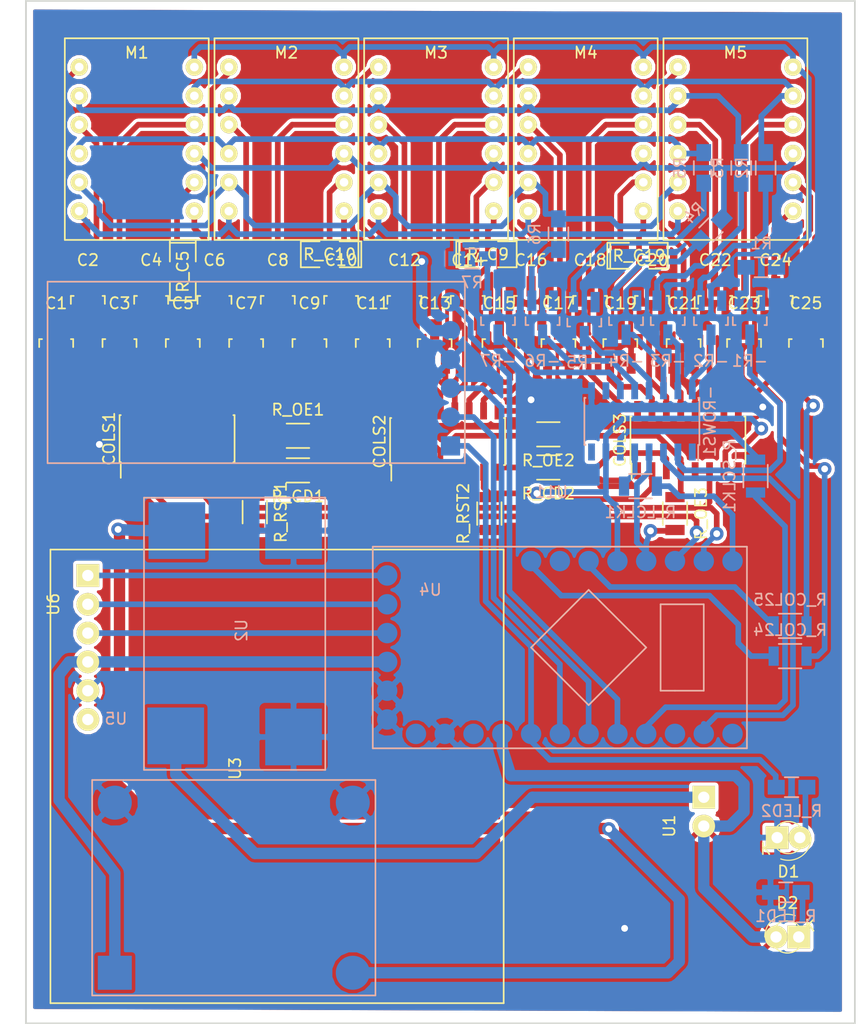
<source format=kicad_pcb>
(kicad_pcb (version 4) (host pcbnew 4.0.2+dfsg1-stable)
  (layers (0 F.Cu signal) (31 B.Cu signal) (34 B.Paste user) (35 F.Paste user) (36 B.SilkS user) (37 F.SilkS user) (38 B.Mask user) (39 F.Mask user) (44 Edge.Cuts user))
  (net 0 "")
  (net 1 5V)
  (net 2 C21)
  (net 3 COL21)
  (net 4 C11)
  (net 5 COL11)
  (net 6 C1)
  (net 7 C16)
  (net 8 COL16)
  (net 9 GND)
  (net 10 ROW1)
  (net 11 C6)
  (net 12 COL6)
  (net 13 C22)
  (net 14 COL22)
  (net 15 C12)
  (net 16 COL12)
  (net 17 ROW2)
  (net 18 C2)
  (net 19 COL2)
  (net 20 C17)
  (net 21 COL17)
  (net 22 C7)
  (net 23 COL7)
  (net 24 C23)
  (net 25 COL23)
  (net 26 C13)
  (net 27 COL13)
  (net 28 C3)
  (net 29 COL3)
  (net 30 C18)
  (net 31 COL18)
  (net 32 ROW3)
  (net 33 C8)
  (net 34 COL8)
  (net 35 C24)
  (net 36 COL24)
  (net 37 C4)
  (net 38 COL4)
  (net 39 C14)
  (net 40 COL14)
  (net 41 ROW4)
  (net 42 C19)
  (net 43 COL19)
  (net 44 C9)
  (net 45 COL9)
  (net 46 ROW5)
  (net 47 C5)
  (net 48 COL5)
  (net 49 C15)
  (net 50 COL15)
  (net 51 C20)
  (net 52 COL20)
  (net 53 C10)
  (net 54 COL10)
  (net 55 ROW6)
  (net 56 ROW7)
  (net 57 R1)
  (net 58 R2)
  (net 59 R3)
  (net 60 R4)
  (net 61 R5)
  (net 62 R6)
  (net 63 R7)
  (net 64 BTOUT)
  (net 65 BTIN)
  (net 66 OE)
  (net 67 COL1)
  (net 68 RST)
  (net 69 ColIn)
  (net 70 ColClk)
  (net 71 RowLClk)
  (net 72 RowIn)
  (net 73 RowSClk)
  (net 74 BT_CON)
  (net 75 BT_EN)
  (net 76 "Net-(-R1-Pad1)")
  (net 77 "Net-(-R2-Pad1)")
  (net 78 "Net-(-R3-Pad1)")
  (net 79 "Net-(-R4-Pad1)")
  (net 80 "Net-(-R5-Pad1)")
  (net 81 "Net-(-R6-Pad1)")
  (net 82 "Net-(-R7-Pad1)")
  (net 83 "Net-(M1-Pad8)")
  (net 84 "Net-(M2-Pad7)")
  (net 85 "Net-(M3-Pad8)")
  (net 86 "Net-(M4-Pad8)")
  (net 87 COL25)
  (net 88 "Net-(COLS1-Pad8)")
  (net 89 "Net-(COLS2-Pad8)")
  (net 90 C25)
  (net 91 "Net-(COLS2-Pad3)")
  (net 92 "Net-(COLS3-Pad3)")
  (net 93 "Net-(COLS2-Pad4)")
  (net 94 "Net-(COLS3-Pad4)")
  (net 95 "Net-(-ROWS1-Pad6)")
  (net 96 "Net-(-ROWS1-Pad5)")
  (net 97 "Net-(R_COL24-Pad2)")
  (net 98 "Net-(R_COL25-Pad2)")
  (net 99 "Net-(R_RST1-Pad2)")
  (net 100 "Net-(COLS1-Pad4)")
  (net 101 "Net-(COLS1-Pad7)")
  (net 102 Pow)
  (net 103 BAT+)
  (net 104 "Net-(U4-Pad31)")
  (net 105 "Net-(U4-Pad32)")
  (net 106 "Net-(U4-Pad3)")
  (net 107 CHRGR)
  (net 108 "Net-(D1-Pad2)")
  (net 109 "Net-(D2-Pad1)")
  (module TO_SOT_Packages_SMD:SOT-23_Handsoldering (layer F.Cu) (at 133.096 78.74)
    (fp_text reference C6 (at 0 -3.81) (layer F.SilkS))
    (fp_text value Q_PMOS_GDS)
    (pad 1 smd rect (at -0.95 1.50114) (size 0.8001 1.80086) (layers F.Cu F.Paste F.Mask) (net 12 COL6))
    (pad 2 smd rect (at 0.95 1.50114) (size 0.8001 1.80086) (layers F.Cu F.Paste F.Mask) (net 1 5V))
    (pad 3 smd rect (at 0 -1.50114) (size 0.8001 1.80086) (layers F.Cu F.Paste F.Mask) (net 11 C6))
  )
  (module 757-5x7Matrix:757-5x7Matrix (layer F.Cu) (at 172.72 55.372)
    (fp_text reference M5 (at 6.35 1.27) (layer F.SilkS))
    (fp_text value 757AS_5x7Matrix)
    (pad 1 thru_hole circle (at 1.27 2.54) (size 1.524 1.524) (drill 0.762) (layers *.Cu *.Mask F.SilkS) (net 2 C21))
    (pad 2 thru_hole circle (at 1.27 5.08) (size 1.524 1.524) (drill 0.762) (layers *.Cu *.Mask F.SilkS) (net 59 R3))
    (pad 3 thru_hole circle (at 1.27 7.62) (size 1.524 1.524) (drill 0.762) (layers *.Cu *.Mask F.SilkS) (net 13 C22))
    (pad 4 thru_hole circle (at 1.27 10.16) (size 1.524 1.524) (drill 0.762) (layers *.Cu *.Mask F.SilkS) (net 61 R5))
    (pad 5 thru_hole circle (at 1.27 12.7) (size 1.524 1.524) (drill 0.762) (layers *.Cu *.Mask F.SilkS) (net 62 R6))
    (pad 6 thru_hole circle (at 1.27 15.24) (size 1.524 1.524) (drill 0.762) (layers *.Cu *.Mask F.SilkS) (net 63 R7))
    (pad 7 thru_hole circle (at 11.43 15.24) (size 1.524 1.524) (drill 0.762) (layers *.Cu *.Mask F.SilkS) (net 35 C24))
    (pad 8 thru_hole circle (at 11.43 12.7) (size 1.524 1.524) (drill 0.762) (layers *.Cu *.Mask F.SilkS) (net 90 C25))
    (pad 9 thru_hole circle (at 11.43 10.16) (size 1.524 1.524) (drill 0.762) (layers *.Cu *.Mask F.SilkS) (net 60 R4))
    (pad 10 thru_hole circle (at 11.43 7.62) (size 1.524 1.524) (drill 0.762) (layers *.Cu *.Mask F.SilkS) (net 24 C23))
    (pad 11 thru_hole circle (at 11.43 5.08) (size 1.524 1.524) (drill 0.762) (layers *.Cu *.Mask F.SilkS) (net 58 R2))
    (pad 12 thru_hole circle (at 11.43 2.54) (size 1.524 1.524) (drill 0.762) (layers *.Cu *.Mask F.SilkS) (net 57 R1))
  )
  (module Resistors_SMD:R_0805_HandSoldering (layer B.Cu) (at 181.356 75.565 180)
    (fp_text reference R1 (at 0 2.1 180) (layer B.SilkS) (effects (justify mirror)))
    (fp_text value 220)
    (pad 1 smd rect (at -1.35 0 180) (size 1.5 1.3) (layers B.Cu B.Paste B.Mask) (net 57 R1))
    (pad 2 smd rect (at 1.35 0 180) (size 1.5 1.3) (layers B.Cu B.Paste B.Mask) (net 76 "Net-(-R1-Pad1)"))
  )
  (module Resistors_SMD:R_0805_HandSoldering (layer B.Cu) (at 181.737 66.802 270)
    (fp_text reference R2 (at 0 2.1 270) (layer B.SilkS) (effects (justify mirror)))
    (fp_text value 220)
    (pad 1 smd rect (at -1.35 0 270) (size 1.5 1.3) (layers B.Cu B.Paste B.Mask) (net 58 R2))
    (pad 2 smd rect (at 1.35 0 270) (size 1.5 1.3) (layers B.Cu B.Paste B.Mask) (net 77 "Net-(-R2-Pad1)"))
  )
  (module Resistors_SMD:R_0805_HandSoldering (layer B.Cu) (at 179.578 66.802 270)
    (fp_text reference R3 (at 0 2.1 270) (layer B.SilkS) (effects (justify mirror)))
    (fp_text value 220)
    (pad 1 smd rect (at -1.35 0 270) (size 1.5 1.3) (layers B.Cu B.Paste B.Mask) (net 59 R3))
    (pad 2 smd rect (at 1.35 0 270) (size 1.5 1.3) (layers B.Cu B.Paste B.Mask) (net 78 "Net-(-R3-Pad1)"))
  )
  (module Resistors_SMD:R_0805_HandSoldering (layer B.Cu) (at 176.911 72.263 225)
    (fp_text reference R4 (at 0 2.1 225) (layer B.SilkS) (effects (justify mirror)))
    (fp_text value 220)
    (pad 1 smd rect (at -1.35 0 225) (size 1.5 1.3) (layers B.Cu B.Paste B.Mask) (net 60 R4))
    (pad 2 smd rect (at 1.35 0 225) (size 1.5 1.3) (layers B.Cu B.Paste B.Mask) (net 79 "Net-(-R4-Pad1)"))
  )
  (module Resistors_SMD:R_0805_HandSoldering (layer B.Cu) (at 176.276 66.802 270)
    (fp_text reference R5 (at 0 2.1 270) (layer B.SilkS) (effects (justify mirror)))
    (fp_text value 220)
    (pad 1 smd rect (at -1.35 0 270) (size 1.5 1.3) (layers B.Cu B.Paste B.Mask) (net 61 R5))
    (pad 2 smd rect (at 1.35 0 270) (size 1.5 1.3) (layers B.Cu B.Paste B.Mask) (net 80 "Net-(-R5-Pad1)"))
  )
  (module Resistors_SMD:R_0805_HandSoldering (layer B.Cu) (at 163.449 72.644 270)
    (fp_text reference R6 (at 0 2.1 270) (layer B.SilkS) (effects (justify mirror)))
    (fp_text value 220)
    (pad 1 smd rect (at -1.35 0 270) (size 1.5 1.3) (layers B.Cu B.Paste B.Mask) (net 62 R6))
    (pad 2 smd rect (at 1.35 0 270) (size 1.5 1.3) (layers B.Cu B.Paste B.Mask) (net 81 "Net-(-R6-Pad1)"))
  )
  (module Resistors_SMD:R_0805_HandSoldering (layer B.Cu) (at 155.829 74.803)
    (fp_text reference R7 (at 0 2.1) (layer B.SilkS) (effects (justify mirror)))
    (fp_text value 220)
    (pad 1 smd rect (at -1.35 0) (size 1.5 1.3) (layers B.Cu B.Paste B.Mask) (net 63 R7))
    (pad 2 smd rect (at 1.35 0) (size 1.5 1.3) (layers B.Cu B.Paste B.Mask) (net 82 "Net-(-R7-Pad1)"))
  )
  (module TO_SOT_Packages_SMD:SOT-23_Handsoldering (layer B.Cu) (at 180.34 80.01)
    (fp_text reference -R1 (at 0 3.81) (layer B.SilkS) (effects (justify mirror)))
    (fp_text value Q_NMOS_DSG)
    (pad 1 smd rect (at -0.95 -1.50114) (size 0.8001 1.80086) (layers B.Cu B.Paste B.Mask) (net 76 "Net-(-R1-Pad1)"))
    (pad 2 smd rect (at 0.95 -1.50114) (size 0.8001 1.80086) (layers B.Cu B.Paste B.Mask))
    (pad 3 smd rect (at 0 1.50114) (size 0.8001 1.80086) (layers B.Cu B.Paste B.Mask) (net 10 ROW1))
  )
  (module TO_SOT_Packages_SMD:SOT-23_Handsoldering (layer B.Cu) (at 176.911 80.01)
    (fp_text reference -R2 (at 0 3.81) (layer B.SilkS) (effects (justify mirror)))
    (fp_text value Q_NMOS_DSG)
    (pad 1 smd rect (at -0.95 -1.50114) (size 0.8001 1.80086) (layers B.Cu B.Paste B.Mask) (net 77 "Net-(-R2-Pad1)"))
    (pad 2 smd rect (at 0.95 -1.50114) (size 0.8001 1.80086) (layers B.Cu B.Paste B.Mask))
    (pad 3 smd rect (at 0 1.50114) (size 0.8001 1.80086) (layers B.Cu B.Paste B.Mask) (net 17 ROW2))
  )
  (module TO_SOT_Packages_SMD:SOT-23_Handsoldering (layer B.Cu) (at 173.101 80.01)
    (fp_text reference -R3 (at 0 3.81) (layer B.SilkS) (effects (justify mirror)))
    (fp_text value Q_NMOS_DSG)
    (pad 1 smd rect (at -0.95 -1.50114) (size 0.8001 1.80086) (layers B.Cu B.Paste B.Mask) (net 78 "Net-(-R3-Pad1)"))
    (pad 2 smd rect (at 0.95 -1.50114) (size 0.8001 1.80086) (layers B.Cu B.Paste B.Mask))
    (pad 3 smd rect (at 0 1.50114) (size 0.8001 1.80086) (layers B.Cu B.Paste B.Mask) (net 32 ROW3))
  )
  (module TO_SOT_Packages_SMD:SOT-23_Handsoldering (layer B.Cu) (at 169.418 80.01)
    (fp_text reference -R4 (at 0 3.81) (layer B.SilkS) (effects (justify mirror)))
    (fp_text value Q_NMOS_DSG)
    (pad 1 smd rect (at -0.95 -1.50114) (size 0.8001 1.80086) (layers B.Cu B.Paste B.Mask) (net 79 "Net-(-R4-Pad1)"))
    (pad 2 smd rect (at 0.95 -1.50114) (size 0.8001 1.80086) (layers B.Cu B.Paste B.Mask))
    (pad 3 smd rect (at 0 1.50114) (size 0.8001 1.80086) (layers B.Cu B.Paste B.Mask) (net 41 ROW4))
  )
  (module TO_SOT_Packages_SMD:SOT-23_Handsoldering (layer B.Cu) (at 165.735 80.137)
    (fp_text reference -R5 (at 0 3.81) (layer B.SilkS) (effects (justify mirror)))
    (fp_text value Q_NMOS_DSG)
    (pad 1 smd rect (at -0.95 -1.50114) (size 0.8001 1.80086) (layers B.Cu B.Paste B.Mask) (net 80 "Net-(-R5-Pad1)"))
    (pad 2 smd rect (at 0.95 -1.50114) (size 0.8001 1.80086) (layers B.Cu B.Paste B.Mask))
    (pad 3 smd rect (at 0 1.50114) (size 0.8001 1.80086) (layers B.Cu B.Paste B.Mask) (net 46 ROW5))
  )
  (module TO_SOT_Packages_SMD:SOT-23_Handsoldering (layer B.Cu) (at 162.052 80.01)
    (fp_text reference -R6 (at 0 3.81) (layer B.SilkS) (effects (justify mirror)))
    (fp_text value Q_NMOS_DSG)
    (pad 1 smd rect (at -0.95 -1.50114) (size 0.8001 1.80086) (layers B.Cu B.Paste B.Mask) (net 81 "Net-(-R6-Pad1)"))
    (pad 2 smd rect (at 0.95 -1.50114) (size 0.8001 1.80086) (layers B.Cu B.Paste B.Mask))
    (pad 3 smd rect (at 0 1.50114) (size 0.8001 1.80086) (layers B.Cu B.Paste B.Mask) (net 55 ROW6))
  )
  (module TO_SOT_Packages_SMD:SOT-23_Handsoldering (layer B.Cu) (at 158.115 80.01)
    (fp_text reference -R7 (at 0 3.81) (layer B.SilkS) (effects (justify mirror)))
    (fp_text value Q_NMOS_DSG)
    (pad 1 smd rect (at -0.95 -1.50114) (size 0.8001 1.80086) (layers B.Cu B.Paste B.Mask) (net 82 "Net-(-R7-Pad1)"))
    (pad 2 smd rect (at 0.95 -1.50114) (size 0.8001 1.80086) (layers B.Cu B.Paste B.Mask))
    (pad 3 smd rect (at 0 1.50114) (size 0.8001 1.80086) (layers B.Cu B.Paste B.Mask) (net 56 ROW7))
  )
  (module TO_SOT_Packages_SMD:SOT-23_Handsoldering (layer F.Cu) (at 121.92 78.74)
    (fp_text reference C2 (at 0 -3.81) (layer F.SilkS))
    (fp_text value Q_PMOS_GDS)
    (pad 1 smd rect (at -0.95 1.50114) (size 0.8001 1.80086) (layers F.Cu F.Paste F.Mask) (net 19 COL2))
    (pad 2 smd rect (at 0.95 1.50114) (size 0.8001 1.80086) (layers F.Cu F.Paste F.Mask) (net 1 5V))
    (pad 3 smd rect (at 0 -1.50114) (size 0.8001 1.80086) (layers F.Cu F.Paste F.Mask) (net 18 C2))
  )
  (module TO_SOT_Packages_SMD:SOT-23_Handsoldering (layer F.Cu) (at 124.714 82.55)
    (fp_text reference C3 (at 0 -3.81) (layer F.SilkS))
    (fp_text value Q_PMOS_GDS)
    (pad 1 smd rect (at -0.95 1.50114) (size 0.8001 1.80086) (layers F.Cu F.Paste F.Mask) (net 29 COL3))
    (pad 2 smd rect (at 0.95 1.50114) (size 0.8001 1.80086) (layers F.Cu F.Paste F.Mask) (net 1 5V))
    (pad 3 smd rect (at 0 -1.50114) (size 0.8001 1.80086) (layers F.Cu F.Paste F.Mask) (net 28 C3))
  )
  (module TO_SOT_Packages_SMD:SOT-23_Handsoldering (layer F.Cu) (at 127.508 78.74)
    (fp_text reference C4 (at 0 -3.81) (layer F.SilkS))
    (fp_text value Q_PMOS_GDS)
    (pad 1 smd rect (at -0.95 1.50114) (size 0.8001 1.80086) (layers F.Cu F.Paste F.Mask) (net 38 COL4))
    (pad 2 smd rect (at 0.95 1.50114) (size 0.8001 1.80086) (layers F.Cu F.Paste F.Mask) (net 1 5V))
    (pad 3 smd rect (at 0 -1.50114) (size 0.8001 1.80086) (layers F.Cu F.Paste F.Mask) (net 37 C4))
  )
  (module TO_SOT_Packages_SMD:SOT-23_Handsoldering (layer F.Cu) (at 130.302 82.55)
    (fp_text reference C5 (at 0 -3.81) (layer F.SilkS))
    (fp_text value Q_PMOS_GDS)
    (pad 1 smd rect (at -0.95 1.50114) (size 0.8001 1.80086) (layers F.Cu F.Paste F.Mask) (net 48 COL5))
    (pad 2 smd rect (at 0.95 1.50114) (size 0.8001 1.80086) (layers F.Cu F.Paste F.Mask) (net 1 5V))
    (pad 3 smd rect (at 0 -1.50114) (size 0.8001 1.80086) (layers F.Cu F.Paste F.Mask) (net 47 C5))
  )
  (module TO_SOT_Packages_SMD:SOT-23_Handsoldering (layer F.Cu) (at 135.89 82.55)
    (fp_text reference C7 (at 0 -3.81) (layer F.SilkS))
    (fp_text value Q_PMOS_GDS)
    (pad 1 smd rect (at -0.95 1.50114) (size 0.8001 1.80086) (layers F.Cu F.Paste F.Mask) (net 23 COL7))
    (pad 2 smd rect (at 0.95 1.50114) (size 0.8001 1.80086) (layers F.Cu F.Paste F.Mask) (net 1 5V))
    (pad 3 smd rect (at 0 -1.50114) (size 0.8001 1.80086) (layers F.Cu F.Paste F.Mask) (net 22 C7))
  )
  (module TO_SOT_Packages_SMD:SOT-23_Handsoldering (layer F.Cu) (at 138.684 78.74)
    (fp_text reference C8 (at 0 -3.81) (layer F.SilkS))
    (fp_text value Q_PMOS_GDS)
    (pad 1 smd rect (at -0.95 1.50114) (size 0.8001 1.80086) (layers F.Cu F.Paste F.Mask) (net 34 COL8))
    (pad 2 smd rect (at 0.95 1.50114) (size 0.8001 1.80086) (layers F.Cu F.Paste F.Mask) (net 1 5V))
    (pad 3 smd rect (at 0 -1.50114) (size 0.8001 1.80086) (layers F.Cu F.Paste F.Mask) (net 33 C8))
  )
  (module TO_SOT_Packages_SMD:SOT-23_Handsoldering (layer F.Cu) (at 141.478 82.55)
    (fp_text reference C9 (at 0 -3.81) (layer F.SilkS))
    (fp_text value Q_PMOS_GDS)
    (pad 1 smd rect (at -0.95 1.50114) (size 0.8001 1.80086) (layers F.Cu F.Paste F.Mask) (net 45 COL9))
    (pad 2 smd rect (at 0.95 1.50114) (size 0.8001 1.80086) (layers F.Cu F.Paste F.Mask) (net 1 5V))
    (pad 3 smd rect (at 0 -1.50114) (size 0.8001 1.80086) (layers F.Cu F.Paste F.Mask) (net 44 C9))
  )
  (module TO_SOT_Packages_SMD:SOT-23_Handsoldering (layer F.Cu) (at 144.272 78.74)
    (fp_text reference C10 (at 0 -3.81) (layer F.SilkS))
    (fp_text value Q_PMOS_GDS)
    (pad 1 smd rect (at -0.95 1.50114) (size 0.8001 1.80086) (layers F.Cu F.Paste F.Mask) (net 54 COL10))
    (pad 2 smd rect (at 0.95 1.50114) (size 0.8001 1.80086) (layers F.Cu F.Paste F.Mask) (net 1 5V))
    (pad 3 smd rect (at 0 -1.50114) (size 0.8001 1.80086) (layers F.Cu F.Paste F.Mask) (net 53 C10))
  )
  (module TO_SOT_Packages_SMD:SOT-23_Handsoldering (layer F.Cu) (at 147.066 82.55)
    (fp_text reference C11 (at 0 -3.81) (layer F.SilkS))
    (fp_text value Q_PMOS_GDS)
    (pad 1 smd rect (at -0.95 1.50114) (size 0.8001 1.80086) (layers F.Cu F.Paste F.Mask) (net 5 COL11))
    (pad 2 smd rect (at 0.95 1.50114) (size 0.8001 1.80086) (layers F.Cu F.Paste F.Mask) (net 1 5V))
    (pad 3 smd rect (at 0 -1.50114) (size 0.8001 1.80086) (layers F.Cu F.Paste F.Mask) (net 4 C11))
  )
  (module TO_SOT_Packages_SMD:SOT-23_Handsoldering (layer F.Cu) (at 149.86 78.74)
    (fp_text reference C12 (at 0 -3.81) (layer F.SilkS))
    (fp_text value Q_PMOS_GDS)
    (pad 1 smd rect (at -0.95 1.50114) (size 0.8001 1.80086) (layers F.Cu F.Paste F.Mask) (net 16 COL12))
    (pad 2 smd rect (at 0.95 1.50114) (size 0.8001 1.80086) (layers F.Cu F.Paste F.Mask) (net 1 5V))
    (pad 3 smd rect (at 0 -1.50114) (size 0.8001 1.80086) (layers F.Cu F.Paste F.Mask) (net 15 C12))
  )
  (module TO_SOT_Packages_SMD:SOT-23_Handsoldering (layer F.Cu) (at 152.527 82.55)
    (fp_text reference C13 (at 0 -3.81) (layer F.SilkS))
    (fp_text value Q_PMOS_GDS)
    (pad 1 smd rect (at -0.95 1.50114) (size 0.8001 1.80086) (layers F.Cu F.Paste F.Mask) (net 27 COL13))
    (pad 2 smd rect (at 0.95 1.50114) (size 0.8001 1.80086) (layers F.Cu F.Paste F.Mask) (net 1 5V))
    (pad 3 smd rect (at 0 -1.50114) (size 0.8001 1.80086) (layers F.Cu F.Paste F.Mask) (net 26 C13))
  )
  (module TO_SOT_Packages_SMD:SOT-23_Handsoldering (layer F.Cu) (at 155.448 78.74)
    (fp_text reference C14 (at 0 -3.81) (layer F.SilkS))
    (fp_text value Q_PMOS_GDS)
    (pad 1 smd rect (at -0.95 1.50114) (size 0.8001 1.80086) (layers F.Cu F.Paste F.Mask) (net 40 COL14))
    (pad 2 smd rect (at 0.95 1.50114) (size 0.8001 1.80086) (layers F.Cu F.Paste F.Mask) (net 1 5V))
    (pad 3 smd rect (at 0 -1.50114) (size 0.8001 1.80086) (layers F.Cu F.Paste F.Mask) (net 39 C14))
  )
  (module TO_SOT_Packages_SMD:SOT-23_Handsoldering (layer F.Cu) (at 158.242 82.55)
    (fp_text reference C15 (at 0 -3.81) (layer F.SilkS))
    (fp_text value Q_PMOS_GDS)
    (pad 1 smd rect (at -0.95 1.50114) (size 0.8001 1.80086) (layers F.Cu F.Paste F.Mask) (net 50 COL15))
    (pad 2 smd rect (at 0.95 1.50114) (size 0.8001 1.80086) (layers F.Cu F.Paste F.Mask) (net 1 5V))
    (pad 3 smd rect (at 0 -1.50114) (size 0.8001 1.80086) (layers F.Cu F.Paste F.Mask) (net 49 C15))
  )
  (module TO_SOT_Packages_SMD:SOT-23_Handsoldering (layer F.Cu) (at 161.036 78.74)
    (fp_text reference C16 (at 0 -3.81) (layer F.SilkS))
    (fp_text value Q_PMOS_GDS)
    (pad 1 smd rect (at -0.95 1.50114) (size 0.8001 1.80086) (layers F.Cu F.Paste F.Mask) (net 8 COL16))
    (pad 2 smd rect (at 0.95 1.50114) (size 0.8001 1.80086) (layers F.Cu F.Paste F.Mask) (net 1 5V))
    (pad 3 smd rect (at 0 -1.50114) (size 0.8001 1.80086) (layers F.Cu F.Paste F.Mask) (net 7 C16))
  )
  (module TO_SOT_Packages_SMD:SOT-23_Handsoldering (layer F.Cu) (at 163.449 82.55)
    (fp_text reference C17 (at 0 -3.81) (layer F.SilkS))
    (fp_text value Q_PMOS_GDS)
    (pad 1 smd rect (at -0.95 1.50114) (size 0.8001 1.80086) (layers F.Cu F.Paste F.Mask) (net 21 COL17))
    (pad 2 smd rect (at 0.95 1.50114) (size 0.8001 1.80086) (layers F.Cu F.Paste F.Mask) (net 1 5V))
    (pad 3 smd rect (at 0 -1.50114) (size 0.8001 1.80086) (layers F.Cu F.Paste F.Mask) (net 20 C17))
  )
  (module TO_SOT_Packages_SMD:SOT-23_Handsoldering (layer F.Cu) (at 166.243 78.74)
    (fp_text reference C18 (at 0 -3.81) (layer F.SilkS))
    (fp_text value Q_PMOS_GDS)
    (pad 1 smd rect (at -0.95 1.50114) (size 0.8001 1.80086) (layers F.Cu F.Paste F.Mask) (net 31 COL18))
    (pad 2 smd rect (at 0.95 1.50114) (size 0.8001 1.80086) (layers F.Cu F.Paste F.Mask) (net 1 5V))
    (pad 3 smd rect (at 0 -1.50114) (size 0.8001 1.80086) (layers F.Cu F.Paste F.Mask) (net 30 C18))
  )
  (module TO_SOT_Packages_SMD:SOT-23_Handsoldering (layer F.Cu) (at 168.91 82.55)
    (fp_text reference C19 (at 0 -3.81) (layer F.SilkS))
    (fp_text value Q_PMOS_GDS)
    (pad 1 smd rect (at -0.95 1.50114) (size 0.8001 1.80086) (layers F.Cu F.Paste F.Mask) (net 43 COL19))
    (pad 2 smd rect (at 0.95 1.50114) (size 0.8001 1.80086) (layers F.Cu F.Paste F.Mask) (net 1 5V))
    (pad 3 smd rect (at 0 -1.50114) (size 0.8001 1.80086) (layers F.Cu F.Paste F.Mask) (net 42 C19))
  )
  (module TO_SOT_Packages_SMD:SOT-23_Handsoldering (layer F.Cu) (at 171.704 78.74)
    (fp_text reference C20 (at 0 -3.81) (layer F.SilkS))
    (fp_text value Q_PMOS_GDS)
    (pad 1 smd rect (at -0.95 1.50114) (size 0.8001 1.80086) (layers F.Cu F.Paste F.Mask) (net 52 COL20))
    (pad 2 smd rect (at 0.95 1.50114) (size 0.8001 1.80086) (layers F.Cu F.Paste F.Mask) (net 1 5V))
    (pad 3 smd rect (at 0 -1.50114) (size 0.8001 1.80086) (layers F.Cu F.Paste F.Mask) (net 51 C20))
  )
  (module TO_SOT_Packages_SMD:SOT-23_Handsoldering (layer F.Cu) (at 174.498 82.55)
    (fp_text reference C21 (at 0 -3.81) (layer F.SilkS))
    (fp_text value Q_PMOS_GDS)
    (pad 1 smd rect (at -0.95 1.50114) (size 0.8001 1.80086) (layers F.Cu F.Paste F.Mask) (net 3 COL21))
    (pad 2 smd rect (at 0.95 1.50114) (size 0.8001 1.80086) (layers F.Cu F.Paste F.Mask) (net 1 5V))
    (pad 3 smd rect (at 0 -1.50114) (size 0.8001 1.80086) (layers F.Cu F.Paste F.Mask) (net 2 C21))
  )
  (module TO_SOT_Packages_SMD:SOT-23_Handsoldering (layer F.Cu) (at 177.292 78.74)
    (fp_text reference C22 (at 0 -3.81) (layer F.SilkS))
    (fp_text value Q_PMOS_GDS)
    (pad 1 smd rect (at -0.95 1.50114) (size 0.8001 1.80086) (layers F.Cu F.Paste F.Mask) (net 14 COL22))
    (pad 2 smd rect (at 0.95 1.50114) (size 0.8001 1.80086) (layers F.Cu F.Paste F.Mask) (net 1 5V))
    (pad 3 smd rect (at 0 -1.50114) (size 0.8001 1.80086) (layers F.Cu F.Paste F.Mask) (net 13 C22))
  )
  (module TO_SOT_Packages_SMD:SOT-23_Handsoldering (layer F.Cu) (at 179.832 82.55)
    (fp_text reference C23 (at 0 -3.81) (layer F.SilkS))
    (fp_text value Q_PMOS_GDS)
    (pad 1 smd rect (at -0.95 1.50114) (size 0.8001 1.80086) (layers F.Cu F.Paste F.Mask) (net 25 COL23))
    (pad 2 smd rect (at 0.95 1.50114) (size 0.8001 1.80086) (layers F.Cu F.Paste F.Mask) (net 1 5V))
    (pad 3 smd rect (at 0 -1.50114) (size 0.8001 1.80086) (layers F.Cu F.Paste F.Mask) (net 24 C23))
  )
  (module TO_SOT_Packages_SMD:SOT-23_Handsoldering (layer F.Cu) (at 182.626 78.74)
    (fp_text reference C24 (at 0 -3.81) (layer F.SilkS))
    (fp_text value Q_PMOS_GDS)
    (pad 1 smd rect (at -0.95 1.50114) (size 0.8001 1.80086) (layers F.Cu F.Paste F.Mask) (net 36 COL24))
    (pad 2 smd rect (at 0.95 1.50114) (size 0.8001 1.80086) (layers F.Cu F.Paste F.Mask) (net 1 5V))
    (pad 3 smd rect (at 0 -1.50114) (size 0.8001 1.80086) (layers F.Cu F.Paste F.Mask) (net 35 C24))
  )
  (module 757-5x7Matrix:757-5x7Matrix (layer F.Cu) (at 119.888 55.372)
    (fp_text reference M1 (at 6.35 1.27) (layer F.SilkS))
    (fp_text value 757AS_5x7Matrix)
    (pad 1 thru_hole circle (at 1.27 2.54) (size 1.524 1.524) (drill 0.762) (layers *.Cu *.Mask F.SilkS) (net 6 C1))
    (pad 2 thru_hole circle (at 1.27 5.08) (size 1.524 1.524) (drill 0.762) (layers *.Cu *.Mask F.SilkS) (net 59 R3))
    (pad 3 thru_hole circle (at 1.27 7.62) (size 1.524 1.524) (drill 0.762) (layers *.Cu *.Mask F.SilkS) (net 18 C2))
    (pad 4 thru_hole circle (at 1.27 10.16) (size 1.524 1.524) (drill 0.762) (layers *.Cu *.Mask F.SilkS) (net 61 R5))
    (pad 5 thru_hole circle (at 1.27 12.7) (size 1.524 1.524) (drill 0.762) (layers *.Cu *.Mask F.SilkS) (net 62 R6))
    (pad 6 thru_hole circle (at 1.27 15.24) (size 1.524 1.524) (drill 0.762) (layers *.Cu *.Mask F.SilkS) (net 63 R7))
    (pad 7 thru_hole circle (at 11.43 15.24) (size 1.524 1.524) (drill 0.762) (layers *.Cu *.Mask F.SilkS) (net 37 C4))
    (pad 8 thru_hole circle (at 11.43 12.7) (size 1.524 1.524) (drill 0.762) (layers *.Cu *.Mask F.SilkS) (net 83 "Net-(M1-Pad8)"))
    (pad 9 thru_hole circle (at 11.43 10.16) (size 1.524 1.524) (drill 0.762) (layers *.Cu *.Mask F.SilkS) (net 60 R4))
    (pad 10 thru_hole circle (at 11.43 7.62) (size 1.524 1.524) (drill 0.762) (layers *.Cu *.Mask F.SilkS) (net 28 C3))
    (pad 11 thru_hole circle (at 11.43 5.08) (size 1.524 1.524) (drill 0.762) (layers *.Cu *.Mask F.SilkS) (net 58 R2))
    (pad 12 thru_hole circle (at 11.43 2.54) (size 1.524 1.524) (drill 0.762) (layers *.Cu *.Mask F.SilkS) (net 57 R1))
  )
  (module 757-5x7Matrix:757-5x7Matrix (layer F.Cu) (at 146.304 55.372)
    (fp_text reference M3 (at 6.35 1.27) (layer F.SilkS))
    (fp_text value 757AS_5x7Matrix)
    (pad 1 thru_hole circle (at 1.27 2.54) (size 1.524 1.524) (drill 0.762) (layers *.Cu *.Mask F.SilkS) (net 4 C11))
    (pad 2 thru_hole circle (at 1.27 5.08) (size 1.524 1.524) (drill 0.762) (layers *.Cu *.Mask F.SilkS) (net 59 R3))
    (pad 3 thru_hole circle (at 1.27 7.62) (size 1.524 1.524) (drill 0.762) (layers *.Cu *.Mask F.SilkS) (net 15 C12))
    (pad 4 thru_hole circle (at 1.27 10.16) (size 1.524 1.524) (drill 0.762) (layers *.Cu *.Mask F.SilkS) (net 61 R5))
    (pad 5 thru_hole circle (at 1.27 12.7) (size 1.524 1.524) (drill 0.762) (layers *.Cu *.Mask F.SilkS) (net 62 R6))
    (pad 6 thru_hole circle (at 1.27 15.24) (size 1.524 1.524) (drill 0.762) (layers *.Cu *.Mask F.SilkS) (net 63 R7))
    (pad 7 thru_hole circle (at 11.43 15.24) (size 1.524 1.524) (drill 0.762) (layers *.Cu *.Mask F.SilkS) (net 39 C14))
    (pad 8 thru_hole circle (at 11.43 12.7) (size 1.524 1.524) (drill 0.762) (layers *.Cu *.Mask F.SilkS) (net 85 "Net-(M3-Pad8)"))
    (pad 9 thru_hole circle (at 11.43 10.16) (size 1.524 1.524) (drill 0.762) (layers *.Cu *.Mask F.SilkS) (net 60 R4))
    (pad 10 thru_hole circle (at 11.43 7.62) (size 1.524 1.524) (drill 0.762) (layers *.Cu *.Mask F.SilkS) (net 26 C13))
    (pad 11 thru_hole circle (at 11.43 5.08) (size 1.524 1.524) (drill 0.762) (layers *.Cu *.Mask F.SilkS) (net 58 R2))
    (pad 12 thru_hole circle (at 11.43 2.54) (size 1.524 1.524) (drill 0.762) (layers *.Cu *.Mask F.SilkS) (net 57 R1))
  )
  (module 757-5x7Matrix:757-5x7Matrix (layer F.Cu) (at 159.512 55.372)
    (fp_text reference M4 (at 6.35 1.27) (layer F.SilkS))
    (fp_text value 757AS_5x7Matrix)
    (pad 1 thru_hole circle (at 1.27 2.54) (size 1.524 1.524) (drill 0.762) (layers *.Cu *.Mask F.SilkS) (net 7 C16))
    (pad 2 thru_hole circle (at 1.27 5.08) (size 1.524 1.524) (drill 0.762) (layers *.Cu *.Mask F.SilkS) (net 59 R3))
    (pad 3 thru_hole circle (at 1.27 7.62) (size 1.524 1.524) (drill 0.762) (layers *.Cu *.Mask F.SilkS) (net 20 C17))
    (pad 4 thru_hole circle (at 1.27 10.16) (size 1.524 1.524) (drill 0.762) (layers *.Cu *.Mask F.SilkS) (net 61 R5))
    (pad 5 thru_hole circle (at 1.27 12.7) (size 1.524 1.524) (drill 0.762) (layers *.Cu *.Mask F.SilkS) (net 62 R6))
    (pad 6 thru_hole circle (at 1.27 15.24) (size 1.524 1.524) (drill 0.762) (layers *.Cu *.Mask F.SilkS) (net 63 R7))
    (pad 7 thru_hole circle (at 11.43 15.24) (size 1.524 1.524) (drill 0.762) (layers *.Cu *.Mask F.SilkS) (net 42 C19))
    (pad 8 thru_hole circle (at 11.43 12.7) (size 1.524 1.524) (drill 0.762) (layers *.Cu *.Mask F.SilkS) (net 86 "Net-(M4-Pad8)"))
    (pad 9 thru_hole circle (at 11.43 10.16) (size 1.524 1.524) (drill 0.762) (layers *.Cu *.Mask F.SilkS) (net 60 R4))
    (pad 10 thru_hole circle (at 11.43 7.62) (size 1.524 1.524) (drill 0.762) (layers *.Cu *.Mask F.SilkS) (net 30 C18))
    (pad 11 thru_hole circle (at 11.43 5.08) (size 1.524 1.524) (drill 0.762) (layers *.Cu *.Mask F.SilkS) (net 58 R2))
    (pad 12 thru_hole circle (at 11.43 2.54) (size 1.524 1.524) (drill 0.762) (layers *.Cu *.Mask F.SilkS) (net 57 R1))
  )
  (module 757-5x7Matrix:757-5x7Matrix (layer F.Cu) (at 133.096 55.372)
    (fp_text reference M2 (at 6.35 1.27) (layer F.SilkS))
    (fp_text value 757AS_5x7Matrix)
    (pad 1 thru_hole circle (at 1.27 2.54) (size 1.524 1.524) (drill 0.762) (layers *.Cu *.Mask F.SilkS) (net 11 C6))
    (pad 2 thru_hole circle (at 1.27 5.08) (size 1.524 1.524) (drill 0.762) (layers *.Cu *.Mask F.SilkS) (net 59 R3))
    (pad 3 thru_hole circle (at 1.27 7.62) (size 1.524 1.524) (drill 0.762) (layers *.Cu *.Mask F.SilkS) (net 22 C7))
    (pad 4 thru_hole circle (at 1.27 10.16) (size 1.524 1.524) (drill 0.762) (layers *.Cu *.Mask F.SilkS) (net 61 R5))
    (pad 5 thru_hole circle (at 1.27 12.7) (size 1.524 1.524) (drill 0.762) (layers *.Cu *.Mask F.SilkS) (net 62 R6))
    (pad 6 thru_hole circle (at 1.27 15.24) (size 1.524 1.524) (drill 0.762) (layers *.Cu *.Mask F.SilkS) (net 63 R7))
    (pad 7 thru_hole circle (at 11.43 15.24) (size 1.524 1.524) (drill 0.762) (layers *.Cu *.Mask F.SilkS) (net 84 "Net-(M2-Pad7)"))
    (pad 8 thru_hole circle (at 11.43 12.7) (size 1.524 1.524) (drill 0.762) (layers *.Cu *.Mask F.SilkS) (net 53 C10))
    (pad 9 thru_hole circle (at 11.43 10.16) (size 1.524 1.524) (drill 0.762) (layers *.Cu *.Mask F.SilkS) (net 60 R4))
    (pad 10 thru_hole circle (at 11.43 7.62) (size 1.524 1.524) (drill 0.762) (layers *.Cu *.Mask F.SilkS) (net 33 C8))
    (pad 11 thru_hole circle (at 11.43 5.08) (size 1.524 1.524) (drill 0.762) (layers *.Cu *.Mask F.SilkS) (net 58 R2))
    (pad 12 thru_hole circle (at 11.43 2.54) (size 1.524 1.524) (drill 0.762) (layers *.Cu *.Mask F.SilkS) (net 57 R1))
  )
  (module TO_SOT_Packages_SMD:SOT-23_Handsoldering (layer F.Cu) (at 119.126 82.55)
    (fp_text reference C1 (at 0 -3.81) (layer F.SilkS))
    (fp_text value Q_PMOS_GDS)
    (pad 1 smd rect (at -0.95 1.50114) (size 0.8001 1.80086) (layers F.Cu F.Paste F.Mask) (net 67 COL1))
    (pad 2 smd rect (at 0.95 1.50114) (size 0.8001 1.80086) (layers F.Cu F.Paste F.Mask) (net 1 5V))
    (pad 3 smd rect (at 0 -1.50114) (size 0.8001 1.80086) (layers F.Cu F.Paste F.Mask) (net 6 C1))
  )
  (module TO_SOT_Packages_SMD:SOT-23_Handsoldering (layer F.Cu) (at 185.293 82.55)
    (fp_text reference C25 (at 0 -3.81) (layer F.SilkS))
    (fp_text value Q_PMOS_GDS)
    (pad 1 smd rect (at -0.95 1.50114) (size 0.8001 1.80086) (layers F.Cu F.Paste F.Mask) (net 87 COL25))
    (pad 2 smd rect (at 0.95 1.50114) (size 0.8001 1.80086) (layers F.Cu F.Paste F.Mask) (net 1 5V))
    (pad 3 smd rect (at 0 -1.50114) (size 0.8001 1.80086) (layers F.Cu F.Paste F.Mask) (net 90 C25))
  )
  (module Housings_SOIC:SOIC-16_3.9x9.9mm_Pitch1.27mm (layer B.Cu) (at 170.815 89.154 90)
    (fp_text reference -ROWS1 (at 0 6 90) (layer B.SilkS) (effects (justify mirror)))
    (fp_text value 74HC595-F)
    (pad 1 smd rect (at -2.7 4.445 90) (size 1.5 0.6) (layers B.Cu B.Paste B.Mask))
    (pad 2 smd rect (at -2.7 3.175 90) (size 1.5 0.6) (layers B.Cu B.Paste B.Mask) (net 10 ROW1))
    (pad 3 smd rect (at -2.7 1.905 90) (size 1.5 0.6) (layers B.Cu B.Paste B.Mask) (net 72 RowIn))
    (pad 4 smd rect (at -2.7 0.635 90) (size 1.5 0.6) (layers B.Cu B.Paste B.Mask) (net 66 OE))
    (pad 5 smd rect (at -2.7 -0.635 90) (size 1.5 0.6) (layers B.Cu B.Paste B.Mask) (net 96 "Net-(-ROWS1-Pad5)"))
    (pad 6 smd rect (at -2.7 -1.905 90) (size 1.5 0.6) (layers B.Cu B.Paste B.Mask) (net 95 "Net-(-ROWS1-Pad6)"))
    (pad 7 smd rect (at -2.7 -3.175 90) (size 1.5 0.6) (layers B.Cu B.Paste B.Mask) (net 68 RST))
    (pad 8 smd rect (at -2.7 -4.445 90) (size 1.5 0.6) (layers B.Cu B.Paste B.Mask))
    (pad 9 smd rect (at 2.7 -4.445 90) (size 1.5 0.6) (layers B.Cu B.Paste B.Mask) (net 9 GND))
    (pad 10 smd rect (at 2.7 -3.175 90) (size 1.5 0.6) (layers B.Cu B.Paste B.Mask))
    (pad 11 smd rect (at 2.7 -1.905 90) (size 1.5 0.6) (layers B.Cu B.Paste B.Mask) (net 56 ROW7))
    (pad 12 smd rect (at 2.7 -0.635 90) (size 1.5 0.6) (layers B.Cu B.Paste B.Mask) (net 55 ROW6))
    (pad 13 smd rect (at 2.7 0.635 90) (size 1.5 0.6) (layers B.Cu B.Paste B.Mask) (net 46 ROW5))
    (pad 14 smd rect (at 2.7 1.905 90) (size 1.5 0.6) (layers B.Cu B.Paste B.Mask) (net 41 ROW4))
    (pad 15 smd rect (at 2.7 3.175 90) (size 1.5 0.6) (layers B.Cu B.Paste B.Mask) (net 32 ROW3))
    (pad 16 smd rect (at 2.7 4.445 90) (size 1.5 0.6) (layers B.Cu B.Paste B.Mask) (net 17 ROW2))
  )
  (module Housings_SOIC:SOIC-16_3.9x9.9mm_Pitch1.27mm (layer F.Cu) (at 129.794 90.678 90)
    (fp_text reference COLS1 (at 0 -6 90) (layer F.SilkS))
    (fp_text value 74HC595-F)
    (pad 1 smd rect (at -2.7 -4.445 90) (size 1.5 0.6) (layers F.Cu F.Paste F.Mask) (net 1 5V))
    (pad 2 smd rect (at -2.7 -3.175 90) (size 1.5 0.6) (layers F.Cu F.Paste F.Mask) (net 67 COL1))
    (pad 3 smd rect (at -2.7 -1.905 90) (size 1.5 0.6) (layers F.Cu F.Paste F.Mask) (net 69 ColIn))
    (pad 4 smd rect (at -2.7 -0.635 90) (size 1.5 0.6) (layers F.Cu F.Paste F.Mask) (net 100 "Net-(COLS1-Pad4)"))
    (pad 5 smd rect (at -2.7 0.635 90) (size 1.5 0.6) (layers F.Cu F.Paste F.Mask) (net 70 ColClk))
    (pad 6 smd rect (at -2.7 1.905 90) (size 1.5 0.6) (layers F.Cu F.Paste F.Mask) (net 70 ColClk))
    (pad 7 smd rect (at -2.7 3.175 90) (size 1.5 0.6) (layers F.Cu F.Paste F.Mask) (net 101 "Net-(COLS1-Pad7)"))
    (pad 8 smd rect (at -2.7 4.445 90) (size 1.5 0.6) (layers F.Cu F.Paste F.Mask) (net 88 "Net-(COLS1-Pad8)"))
    (pad 9 smd rect (at 2.7 4.445 90) (size 1.5 0.6) (layers F.Cu F.Paste F.Mask) (net 9 GND))
    (pad 10 smd rect (at 2.7 3.175 90) (size 1.5 0.6) (layers F.Cu F.Paste F.Mask) (net 34 COL8))
    (pad 11 smd rect (at 2.7 1.905 90) (size 1.5 0.6) (layers F.Cu F.Paste F.Mask) (net 23 COL7))
    (pad 12 smd rect (at 2.7 0.635 90) (size 1.5 0.6) (layers F.Cu F.Paste F.Mask) (net 12 COL6))
    (pad 13 smd rect (at 2.7 -0.635 90) (size 1.5 0.6) (layers F.Cu F.Paste F.Mask) (net 48 COL5))
    (pad 14 smd rect (at 2.7 -1.905 90) (size 1.5 0.6) (layers F.Cu F.Paste F.Mask) (net 38 COL4))
    (pad 15 smd rect (at 2.7 -3.175 90) (size 1.5 0.6) (layers F.Cu F.Paste F.Mask) (net 29 COL3))
    (pad 16 smd rect (at 2.7 -4.445 90) (size 1.5 0.6) (layers F.Cu F.Paste F.Mask) (net 19 COL2))
  )
  (module Housings_SOIC:SOIC-16_3.9x9.9mm_Pitch1.27mm (layer F.Cu) (at 153.67 90.932 90)
    (fp_text reference COLS2 (at 0 -6 90) (layer F.SilkS))
    (fp_text value 74HC595-F)
    (pad 1 smd rect (at -2.7 -4.445 90) (size 1.5 0.6) (layers F.Cu F.Paste F.Mask))
    (pad 2 smd rect (at -2.7 -3.175 90) (size 1.5 0.6) (layers F.Cu F.Paste F.Mask) (net 45 COL9))
    (pad 3 smd rect (at -2.7 -1.905 90) (size 1.5 0.6) (layers F.Cu F.Paste F.Mask) (net 91 "Net-(COLS2-Pad3)"))
    (pad 4 smd rect (at -2.7 -0.635 90) (size 1.5 0.6) (layers F.Cu F.Paste F.Mask) (net 93 "Net-(COLS2-Pad4)"))
    (pad 5 smd rect (at -2.7 0.635 90) (size 1.5 0.6) (layers F.Cu F.Paste F.Mask) (net 70 ColClk))
    (pad 6 smd rect (at -2.7 1.905 90) (size 1.5 0.6) (layers F.Cu F.Paste F.Mask) (net 70 ColClk))
    (pad 7 smd rect (at -2.7 3.175 90) (size 1.5 0.6) (layers F.Cu F.Paste F.Mask) (net 68 RST))
    (pad 8 smd rect (at -2.7 4.445 90) (size 1.5 0.6) (layers F.Cu F.Paste F.Mask) (net 89 "Net-(COLS2-Pad8)"))
    (pad 9 smd rect (at 2.7 4.445 90) (size 1.5 0.6) (layers F.Cu F.Paste F.Mask) (net 9 GND))
    (pad 10 smd rect (at 2.7 3.175 90) (size 1.5 0.6) (layers F.Cu F.Paste F.Mask) (net 8 COL16))
    (pad 11 smd rect (at 2.7 1.905 90) (size 1.5 0.6) (layers F.Cu F.Paste F.Mask) (net 50 COL15))
    (pad 12 smd rect (at 2.7 0.635 90) (size 1.5 0.6) (layers F.Cu F.Paste F.Mask) (net 40 COL14))
    (pad 13 smd rect (at 2.7 -0.635 90) (size 1.5 0.6) (layers F.Cu F.Paste F.Mask) (net 27 COL13))
    (pad 14 smd rect (at 2.7 -1.905 90) (size 1.5 0.6) (layers F.Cu F.Paste F.Mask) (net 16 COL12))
    (pad 15 smd rect (at 2.7 -3.175 90) (size 1.5 0.6) (layers F.Cu F.Paste F.Mask) (net 5 COL11))
    (pad 16 smd rect (at 2.7 -4.445 90) (size 1.5 0.6) (layers F.Cu F.Paste F.Mask) (net 54 COL10))
  )
  (module Housings_SOIC:SOIC-16_3.9x9.9mm_Pitch1.27mm (layer F.Cu) (at 174.879 90.805 90)
    (fp_text reference COLS3 (at 0 -6 90) (layer F.SilkS))
    (fp_text value 74HC595-F)
    (pad 1 smd rect (at -2.7 -4.445 90) (size 1.5 0.6) (layers F.Cu F.Paste F.Mask))
    (pad 2 smd rect (at -2.7 -3.175 90) (size 1.5 0.6) (layers F.Cu F.Paste F.Mask) (net 21 COL17))
    (pad 3 smd rect (at -2.7 -1.905 90) (size 1.5 0.6) (layers F.Cu F.Paste F.Mask) (net 92 "Net-(COLS3-Pad3)"))
    (pad 4 smd rect (at -2.7 -0.635 90) (size 1.5 0.6) (layers F.Cu F.Paste F.Mask) (net 94 "Net-(COLS3-Pad4)"))
    (pad 5 smd rect (at -2.7 0.635 90) (size 1.5 0.6) (layers F.Cu F.Paste F.Mask) (net 70 ColClk))
    (pad 6 smd rect (at -2.7 1.905 90) (size 1.5 0.6) (layers F.Cu F.Paste F.Mask) (net 70 ColClk))
    (pad 7 smd rect (at -2.7 3.175 90) (size 1.5 0.6) (layers F.Cu F.Paste F.Mask) (net 68 RST))
    (pad 8 smd rect (at -2.7 4.445 90) (size 1.5 0.6) (layers F.Cu F.Paste F.Mask))
    (pad 9 smd rect (at 2.7 4.445 90) (size 1.5 0.6) (layers F.Cu F.Paste F.Mask) (net 9 GND))
    (pad 10 smd rect (at 2.7 3.175 90) (size 1.5 0.6) (layers F.Cu F.Paste F.Mask) (net 36 COL24))
    (pad 11 smd rect (at 2.7 1.905 90) (size 1.5 0.6) (layers F.Cu F.Paste F.Mask) (net 25 COL23))
    (pad 12 smd rect (at 2.7 0.635 90) (size 1.5 0.6) (layers F.Cu F.Paste F.Mask) (net 14 COL22))
    (pad 13 smd rect (at 2.7 -0.635 90) (size 1.5 0.6) (layers F.Cu F.Paste F.Mask) (net 3 COL21))
    (pad 14 smd rect (at 2.7 -1.905 90) (size 1.5 0.6) (layers F.Cu F.Paste F.Mask) (net 52 COL20))
    (pad 15 smd rect (at 2.7 -3.175 90) (size 1.5 0.6) (layers F.Cu F.Paste F.Mask) (net 43 COL19))
    (pad 16 smd rect (at 2.7 -4.445 90) (size 1.5 0.6) (layers F.Cu F.Paste F.Mask) (net 31 COL18))
  )
  (module DC-DC:DC-DC (layer B.Cu) (at 142.875 95.885 270)
    (fp_text reference U2 (at 11.7 7.4 270) (layer B.SilkS) (effects (justify mirror)))
    (fp_text value DC-DC)
    (pad 1 smd rect (at 2.9 13.1 270) (size 5 5) (layers B.Cu B.Paste B.Mask) (net 103 BAT+))
    (pad 2 smd rect (at 2.9 2.8 270) (size 5 5) (layers B.Cu B.Paste B.Mask) (net 9 GND))
    (pad 3 smd rect (at 21.1 2.8 270) (size 5 5) (layers B.Cu B.Paste B.Mask) (net 9 GND))
    (pad 4 smd rect (at 21 13.2 270) (size 5 5) (layers B.Cu B.Paste B.Mask) (net 102 Pow))
  )
  (module OldBat:DC-DC (layer F.Cu) (at 118.618 100.457 270)
    (fp_text reference U3 (at 19.3 -16.3 270) (layer F.SilkS))
    (fp_text value OldBat)
    (pad 3 smd rect (at 33.5 -43 270) (size 3 6) (layers F.Cu F.Paste F.Mask) (net 9 GND))
    (pad 2 smd rect (at 29 -43 270) (size 3 6) (layers F.Cu F.Paste F.Mask))
    (pad 1 smd rect (at 24.6 -43 270) (size 3 6) (layers F.Cu F.Paste F.Mask) (net 103 BAT+))
  )
  (module SMD_Packages:SMD-1206_Pol (layer F.Cu) (at 170.561 74.549)
    (fp_text reference R_C19 (at 0 0) (layer F.SilkS))
    (fp_text value 0)
    (pad 1 smd rect (at -1.651 0) (size 1.524 2.032) (layers F.Cu F.Paste F.Mask) (net 86 "Net-(M4-Pad8)"))
    (pad 2 smd rect (at 1.651 0) (size 1.524 2.032) (layers F.Cu F.Paste F.Mask) (net 51 C20))
  )
  (module SMD_Packages:SMD-1206_Pol (layer F.Cu) (at 157.226 74.422)
    (fp_text reference R_C9 (at 0 0) (layer F.SilkS))
    (fp_text value 0)
    (pad 1 smd rect (at -1.651 0) (size 1.524 2.032) (layers F.Cu F.Paste F.Mask) (net 85 "Net-(M3-Pad8)"))
    (pad 2 smd rect (at 1.651 0) (size 1.524 2.032) (layers F.Cu F.Paste F.Mask) (net 49 C15))
  )
  (module SMD_Packages:SMD-1206_Pol (layer F.Cu) (at 130.302 75.946 270)
    (fp_text reference R_C5 (at 0 0 270) (layer F.SilkS))
    (fp_text value 0)
    (pad 1 smd rect (at -1.651 0 270) (size 1.524 2.032) (layers F.Cu F.Paste F.Mask) (net 83 "Net-(M1-Pad8)"))
    (pad 2 smd rect (at 1.651 0 270) (size 1.524 2.032) (layers F.Cu F.Paste F.Mask) (net 47 C5))
  )
  (module SMD_Packages:SMD-1206_Pol (layer F.Cu) (at 143.256 74.422 180)
    (fp_text reference R_C10 (at 0 0 180) (layer F.SilkS))
    (fp_text value 0)
    (pad 1 smd rect (at -1.651 0 180) (size 1.524 2.032) (layers F.Cu F.Paste F.Mask) (net 84 "Net-(M2-Pad7)"))
    (pad 2 smd rect (at 1.651 0 180) (size 1.524 2.032) (layers F.Cu F.Paste F.Mask) (net 44 C9))
  )
  (module Resistors_SMD:R_1206 (layer F.Cu) (at 140.462 93.472 180)
    (fp_text reference R_CD1 (at 0 -2.3 180) (layer F.SilkS))
    (fp_text value 0)
    (pad 1 smd rect (at -1.45 0 180) (size 0.9 1.7) (layers F.Cu F.Paste F.Mask) (net 91 "Net-(COLS2-Pad3)"))
    (pad 2 smd rect (at 1.45 0 180) (size 0.9 1.7) (layers F.Cu F.Paste F.Mask) (net 88 "Net-(COLS1-Pad8)"))
  )
  (module Resistors_SMD:R_1206 (layer F.Cu) (at 162.56 93.218 180)
    (fp_text reference R_CD2 (at 0 -2.3 180) (layer F.SilkS))
    (fp_text value 0)
    (pad 1 smd rect (at -1.45 0 180) (size 0.9 1.7) (layers F.Cu F.Paste F.Mask) (net 92 "Net-(COLS3-Pad3)"))
    (pad 2 smd rect (at 1.45 0 180) (size 0.9 1.7) (layers F.Cu F.Paste F.Mask) (net 89 "Net-(COLS2-Pad8)"))
  )
  (module Resistors_SMD:R_1206 (layer F.Cu) (at 140.462 90.424)
    (fp_text reference R_OE1 (at 0 -2.3) (layer F.SilkS))
    (fp_text value 0)
    (pad 1 smd rect (at -1.45 0) (size 0.9 1.7) (layers F.Cu F.Paste F.Mask) (net 100 "Net-(COLS1-Pad4)"))
    (pad 2 smd rect (at 1.45 0) (size 0.9 1.7) (layers F.Cu F.Paste F.Mask) (net 93 "Net-(COLS2-Pad4)"))
  )
  (module Resistors_SMD:R_1206 (layer F.Cu) (at 162.56 90.297 180)
    (fp_text reference R_OE2 (at 0 -2.3 180) (layer F.SilkS))
    (fp_text value 0)
    (pad 1 smd rect (at -1.45 0 180) (size 0.9 1.7) (layers F.Cu F.Paste F.Mask) (net 94 "Net-(COLS3-Pad4)"))
    (pad 2 smd rect (at 1.45 0 180) (size 0.9 1.7) (layers F.Cu F.Paste F.Mask) (net 93 "Net-(COLS2-Pad4)"))
  )
  (module MyProMini:ProMiniSMDNoWeirdAndRxTxPins (layer B.Cu) (at 150.876 101.473)
    (fp_text reference U4 (at 1.27 2.54) (layer B.SilkS) (effects (justify mirror)))
    (fp_text value ArProMin)
    (pad 5 smd circle (at 10.16 0) (size 1.8 1.8) (layers B.Cu B.Paste B.Mask) (net 97 "Net-(R_COL24-Pad2)"))
    (pad 6 smd circle (at 12.7 0) (size 1.8 1.8) (layers B.Cu B.Paste B.Mask))
    (pad 7 smd circle (at 15.24 0) (size 1.8 1.8) (layers B.Cu B.Paste B.Mask) (net 98 "Net-(R_COL25-Pad2)"))
    (pad 8 smd circle (at 17.78 0) (size 1.8 1.8) (layers B.Cu B.Paste B.Mask) (net 68 RST))
    (pad 9 smd circle (at 20.32 0) (size 1.8 1.8) (layers B.Cu B.Paste B.Mask) (net 66 OE))
    (pad 10 smd circle (at 22.86 0) (size 1.8 1.8) (layers B.Cu B.Paste B.Mask) (net 69 ColIn))
    (pad 11 smd circle (at 25.4 0) (size 1.8 1.8) (layers B.Cu B.Paste B.Mask) (net 70 ColClk))
    (pad 12 smd circle (at 27.94 0) (size 1.8 1.8) (layers B.Cu B.Paste B.Mask) (net 71 RowLClk))
    (pad 16 smd circle (at 27.94 15.24) (size 1.8 1.8) (layers B.Cu B.Paste B.Mask))
    (pad 17 smd circle (at 25.4 15.24) (size 1.8 1.8) (layers B.Cu B.Paste B.Mask) (net 72 RowIn))
    (pad 18 smd circle (at 22.86 15.24) (size 1.8 1.8) (layers B.Cu B.Paste B.Mask))
    (pad 19 smd circle (at 20.32 15.24) (size 1.8 1.8) (layers B.Cu B.Paste B.Mask) (net 73 RowSClk))
    (pad 20 smd circle (at 17.78 15.24) (size 1.8 1.8) (layers B.Cu B.Paste B.Mask) (net 75 BT_EN))
    (pad 21 smd circle (at 15.24 15.24) (size 1.8 1.8) (layers B.Cu B.Paste B.Mask) (net 64 BTOUT))
    (pad 22 smd circle (at 12.7 15.24) (size 1.8 1.8) (layers B.Cu B.Paste B.Mask) (net 65 BTIN))
    (pad 23 smd circle (at 10.16 15.24) (size 1.8 1.8) (layers B.Cu B.Paste B.Mask) (net 74 BT_CON))
    (pad 24 smd circle (at 7.62 15.24) (size 1.8 1.8) (layers B.Cu B.Paste B.Mask) (net 1 5V))
    (pad 25 smd circle (at 5.08 15.24) (size 1.8 1.8) (layers B.Cu B.Paste B.Mask))
    (pad 26 smd circle (at 2.54 15.24) (size 1.8 1.8) (layers B.Cu B.Paste B.Mask) (net 9 GND))
    (pad 27 smd circle (at 0 15.24) (size 1.8 1.8) (layers B.Cu B.Paste B.Mask))
    (pad 28 smd circle (at -2.54 13.97) (size 1.8 1.8) (layers B.Cu B.Paste B.Mask) (net 9 GND))
    (pad 29 smd circle (at -2.54 11.43) (size 1.8 1.8) (layers B.Cu B.Paste B.Mask) (net 9 GND))
    (pad 30 smd circle (at -2.54 8.89) (size 1.8 1.8) (layers B.Cu B.Paste B.Mask) (net 107 CHRGR))
    (pad 31 smd circle (at -2.54 6.35) (size 1.8 1.8) (layers B.Cu B.Paste B.Mask) (net 104 "Net-(U4-Pad31)"))
    (pad 32 smd circle (at -2.54 3.81) (size 1.8 1.8) (layers B.Cu B.Paste B.Mask) (net 105 "Net-(U4-Pad32)"))
    (pad 33 smd circle (at -2.54 1.27) (size 1.8 1.8) (layers B.Cu B.Paste B.Mask) (net 106 "Net-(U4-Pad3)"))
  )
  (module Resistors_SMD:R_1206 (layer B.Cu) (at 180.848 93.98 270)
    (fp_text reference R_SCLK1 (at 0 2.3 270) (layer B.SilkS) (effects (justify mirror)))
    (fp_text value 0)
    (pad 1 smd rect (at -1.45 0 270) (size 0.9 1.7) (layers B.Cu B.Paste B.Mask) (net 95 "Net-(-ROWS1-Pad6)"))
    (pad 2 smd rect (at 1.45 0 270) (size 0.9 1.7) (layers B.Cu B.Paste B.Mask) (net 73 RowSClk))
  )
  (module Resistors_SMD:R_1206 (layer B.Cu) (at 170.688 94.869)
    (fp_text reference R_LCLK1 (at 0 2.3) (layer B.SilkS) (effects (justify mirror)))
    (fp_text value 0)
    (pad 1 smd rect (at -1.45 0) (size 0.9 1.7) (layers B.Cu B.Paste B.Mask) (net 96 "Net-(-ROWS1-Pad5)"))
    (pad 2 smd rect (at 1.45 0) (size 0.9 1.7) (layers B.Cu B.Paste B.Mask) (net 71 RowLClk))
  )
  (module Resistors_SMD:R_1206 (layer B.Cu) (at 183.896 109.855 180)
    (fp_text reference R_COL24 (at 0 2.3 180) (layer B.SilkS) (effects (justify mirror)))
    (fp_text value 0)
    (pad 1 smd rect (at -1.45 0 180) (size 0.9 1.7) (layers B.Cu B.Paste B.Mask) (net 36 COL24))
    (pad 2 smd rect (at 1.45 0 180) (size 0.9 1.7) (layers B.Cu B.Paste B.Mask) (net 97 "Net-(R_COL24-Pad2)"))
  )
  (module Resistors_SMD:R_1206 (layer B.Cu) (at 183.896 107.188 180)
    (fp_text reference R_COL25 (at 0 2.3 180) (layer B.SilkS) (effects (justify mirror)))
    (fp_text value 0)
    (pad 1 smd rect (at -1.45 0 180) (size 0.9 1.7) (layers B.Cu B.Paste B.Mask) (net 87 COL25))
    (pad 2 smd rect (at 1.45 0 180) (size 0.9 1.7) (layers B.Cu B.Paste B.Mask) (net 98 "Net-(R_COL25-Pad2)"))
  )
  (module BtModule:BtModuleSMD (layer B.Cu) (at 155.194 92.837 180)
    (fp_text reference U11 (at -7.62 -2.54 180) (layer B.SilkS) (effects (justify mirror)))
    (fp_text value BTModule)
    (pad 1 smd rect (at 1.27 1.524 180) (size 1.7 1.7) (layers B.Cu B.Paste B.Mask) (net 74 BT_CON))
    (pad 2 smd circle (at 1.27 4.064 180) (size 1.7 1.7) (layers B.Cu B.Paste B.Mask) (net 65 BTIN))
    (pad 3 smd circle (at 1.27 6.604 180) (size 1.7 1.7) (layers B.Cu B.Paste B.Mask) (net 64 BTOUT))
    (pad 4 smd circle (at 1.27 9.144 180) (size 1.7 1.7) (layers B.Cu B.Paste B.Mask) (net 9 GND))
    (pad 5 smd circle (at 1.27 11.684 180) (size 1.7 1.7) (layers B.Cu B.Paste B.Mask) (net 1 5V))
    (pad 6 smd circle (at 1.27 14.224 180) (size 1.7 1.7) (layers B.Cu B.Paste B.Mask) (net 75 BT_EN))
  )
  (module Resistors_SMD:R_1206 (layer F.Cu) (at 136.652 97.155 270)
    (fp_text reference R_RST1 (at 0 -2.3 270) (layer F.SilkS))
    (fp_text value 0)
    (pad 1 smd rect (at -1.45 0 270) (size 0.9 1.7) (layers F.Cu F.Paste F.Mask) (net 101 "Net-(COLS1-Pad7)"))
    (pad 2 smd rect (at 1.45 0 270) (size 0.9 1.7) (layers F.Cu F.Paste F.Mask) (net 99 "Net-(R_RST1-Pad2)"))
  )
  (module Resistors_SMD:R_1206 (layer F.Cu) (at 157.353 97.282 90)
    (fp_text reference R_RST2 (at 0 -2.3 90) (layer F.SilkS))
    (fp_text value 0)
    (pad 1 smd rect (at -1.45 0 90) (size 0.9 1.7) (layers F.Cu F.Paste F.Mask) (net 99 "Net-(R_RST1-Pad2)"))
    (pad 2 smd rect (at 1.45 0 90) (size 0.9 1.7) (layers F.Cu F.Paste F.Mask) (net 68 RST))
  )
  (module Resistors_SMD:R_1206 (layer F.Cu) (at 173.736 97.282 270)
    (fp_text reference R_OE3 (at 0 -2.3 270) (layer F.SilkS))
    (fp_text value 0)
    (pad 1 smd rect (at -1.45 0 270) (size 0.9 1.7) (layers F.Cu F.Paste F.Mask) (net 94 "Net-(COLS3-Pad4)"))
    (pad 2 smd rect (at 1.45 0 270) (size 0.9 1.7) (layers F.Cu F.Paste F.Mask) (net 66 OE))
  )
  (module "Li-Ion Charger:Li-Ion-charger2-SMD" (layer B.Cu) (at 122.301 120.777)
    (fp_text reference U5 (at 2.1 -5.4) (layer B.SilkS) (effects (justify mirror)))
    (fp_text value Li-Ion_Charger)
    (pad 1 smd rect (at 2 17) (size 3 3) (layers B.Cu B.Paste B.Mask) (net 107 CHRGR))
    (pad 2 smd circle (at 2 2) (size 3 3) (layers B.Cu B.Paste B.Mask) (net 9 GND))
    (pad 3 smd circle (at 23 2) (size 3 3) (layers B.Cu B.Paste B.Mask) (net 9 GND))
    (pad 4 smd circle (at 23 17) (size 3 3) (layers B.Cu B.Paste B.Mask) (net 103 BAT+))
  )
  (module NonRetardedHeader:NonRetardHeader1x6 (layer F.Cu) (at 119.38 105.283 270)
    (fp_text reference U6 (at 0 0.5 270) (layer F.SilkS))
    (fp_text value NonRetardHeader)
    (pad 1 thru_hole rect (at -2.54 -2.54 270) (size 2 2) (drill 1) (layers *.Cu *.Mask F.SilkS) (net 106 "Net-(U4-Pad3)"))
    (pad 2 thru_hole circle (at 0 -2.54 270) (size 2 2) (drill 1) (layers *.Cu *.Mask F.SilkS) (net 105 "Net-(U4-Pad32)"))
    (pad 3 thru_hole circle (at 2.54 -2.54 270) (size 2 2) (drill 1) (layers *.Cu *.Mask F.SilkS) (net 104 "Net-(U4-Pad31)"))
    (pad 4 thru_hole circle (at 5.08 -2.54 270) (size 2 2) (drill 1) (layers *.Cu *.Mask F.SilkS) (net 107 CHRGR))
    (pad 5 thru_hole circle (at 7.62 -2.54 270) (size 2 2) (drill 1) (layers *.Cu *.Mask F.SilkS) (net 9 GND))
    (pad 6 thru_hole circle (at 10.16 -2.54 270) (size 2 2) (drill 1) (layers *.Cu *.Mask F.SilkS))
  )
  (module NonRetardedHeader:NonRetardHeader1x2 (layer F.Cu) (at 173.736 124.841 270)
    (fp_text reference U1 (at 0 0.5 270) (layer F.SilkS))
    (fp_text value NonRetardHeader1x2)
    (pad 1 thru_hole rect (at -2.54 -2.54 270) (size 2 2) (drill 1) (layers *.Cu *.Mask F.SilkS) (net 102 Pow))
    (pad 2 thru_hole circle (at 0 -2.54 270) (size 2 2) (drill 1) (layers *.Cu *.Mask F.SilkS) (net 1 5V))
  )
  (module LEDs:LED-3MM (layer F.Cu) (at 182.753 125.857)
    (fp_text reference D1 (at 1 3) (layer F.SilkS))
    (fp_text value Led_Small)
    (fp_text user K (at -1 1) (layer F.SilkS))
    (pad 1 thru_hole rect (at 0 0 90) (size 2 2) (drill 1) (layers *.Cu *.Mask F.SilkS) (net 9 GND))
    (pad 2 thru_hole circle (at 2 0) (size 2 2) (drill 1) (layers *.Cu *.Mask F.SilkS) (net 108 "Net-(D1-Pad2)"))
  )
  (module LEDs:LED-3MM (layer F.Cu) (at 184.658 134.62 180)
    (fp_text reference D2 (at 1 3 180) (layer F.SilkS))
    (fp_text value Led_Small)
    (fp_text user K (at -1 1 180) (layer F.SilkS))
    (pad 1 thru_hole rect (at 0 0 270) (size 2 2) (drill 1) (layers *.Cu *.Mask F.SilkS) (net 109 "Net-(D2-Pad1)"))
    (pad 2 thru_hole circle (at 2 0 180) (size 2 2) (drill 1) (layers *.Cu *.Mask F.SilkS) (net 1 5V))
  )
  (module Resistors_SMD:R_0805_HandSoldering (layer B.Cu) (at 183.515 130.683)
    (fp_text reference R_LED1 (at 0 2.1) (layer B.SilkS) (effects (justify mirror)))
    (fp_text value 220)
    (pad 1 smd rect (at -1.35 0) (size 1.5 1.3) (layers B.Cu B.Paste B.Mask) (net 9 GND))
    (pad 2 smd rect (at 1.35 0) (size 1.5 1.3) (layers B.Cu B.Paste B.Mask) (net 109 "Net-(D2-Pad1)"))
  )
  (module Resistors_SMD:R_0805_HandSoldering (layer B.Cu) (at 184.023 121.412)
    (fp_text reference R_LED2 (at 0 2.1) (layer B.SilkS) (effects (justify mirror)))
    (fp_text value 220)
    (pad 1 smd rect (at -1.35 0) (size 1.5 1.3) (layers B.Cu B.Paste B.Mask) (net 74 BT_CON))
    (pad 2 smd rect (at 1.35 0) (size 1.5 1.3) (layers B.Cu B.Paste B.Mask) (net 108 "Net-(D1-Pad2)"))
  )
  (gr_line (start 189.611 52.07) (end 116.459 52.07) (angle 90) (layer Edge.Cuts) (width 0.15))
  (gr_line (start 189.611 142.24) (end 189.611 52.07) (angle 90) (layer Edge.Cuts) (width 0.15))
  (gr_line (start 116.459 142.24) (end 189.611 142.24) (angle 90) (layer Edge.Cuts) (width 0.15))
  (gr_line (start 116.459 52.07) (end 116.459 142.24) (angle 90) (layer Edge.Cuts) (width 0.15))
  (segment (start 167.132 94.869) (end 170.053 94.869) (width 0.5) (layer F.Cu) (net 0))
  (segment (start 167.259 94.361) (end 167.132 94.234) (width 0.5) (layer F.Cu) (net 0))
  (segment (start 169.545 94.361) (end 167.259 94.361) (width 0.5) (layer F.Cu) (net 0))
  (segment (start 170.053 94.869) (end 169.545 94.361) (width 0.5) (layer F.Cu) (net 0))
  (segment (start 144.272 94.742) (end 144.272 94.234) (width 0.5) (layer F.Cu) (net 0))
  (segment (start 147.828 94.107) (end 144.145 94.107) (width 0.5) (layer F.Cu) (net 0))
  (segment (start 148.082 94.361) (end 147.828 94.107) (width 0.5) (layer F.Cu) (net 0))
  (segment (start 144.399 94.361) (end 148.082 94.361) (width 0.5) (layer F.Cu) (net 0))
  (segment (start 144.399 94.615) (end 144.399 94.361) (width 0.5) (layer F.Cu) (net 0))
  (segment (start 144.272 94.742) (end 144.399 94.615) (width 0.5) (layer F.Cu) (net 0))
  (segment (start 148.717 94.742) (end 144.272 94.742) (width 0.5) (layer F.Cu) (net 0))
  (segment (start 149.225 94.234) (end 148.717 94.742) (width 0.5) (layer F.Cu) (net 0))
  (segment (start 144.272 94.234) (end 144.145 94.107) (width 0.5) (layer F.Cu) (net 0))
  (segment (start 149.225 93.632) (end 149.225 94.234) (width 0.5) (layer F.Cu) (net 0))
  (segment (start 176.276 124.841) (end 176.276 130.302) (width 1) (layer B.Cu) (net 1))
  (segment (start 180.594 134.62) (end 182.658 134.62) (width 1) (layer B.Cu) (net 1))
  (segment (start 176.276 130.302) (end 180.594 134.62) (width 1) (layer B.Cu) (net 1))
  (segment (start 178.816 120.396) (end 179.07 120.396) (width 1) (layer B.Cu) (net 1))
  (segment (start 158.496 117.983) (end 159.258 120.396) (width 1) (layer B.Cu) (net 1))
  (segment (start 159.258 120.396) (end 178.816 120.396) (width 1) (layer B.Cu) (net 1))
  (segment (start 158.496 116.713) (end 158.496 117.983) (width 1) (layer B.Cu) (net 1))
  (segment (start 178.562 124.841) (end 176.276 124.841) (width 1) (layer B.Cu) (net 1))
  (segment (start 179.832 123.571) (end 178.562 124.841) (width 1) (layer B.Cu) (net 1))
  (segment (start 179.832 121.158) (end 179.832 123.571) (width 1) (layer B.Cu) (net 1))
  (segment (start 179.07 120.396) (end 179.832 121.158) (width 1) (layer B.Cu) (net 1))
  (segment (start 153.924 81.153) (end 152.4 81.153) (width 1) (layer B.Cu) (net 1))
  (via (at 151.384 75.057) (size 1.2) (drill 0.6) (layers F.Cu B.Cu) (net 1))
  (segment (start 151.384 80.137) (end 151.384 75.057) (width 1) (layer B.Cu) (net 1))
  (segment (start 152.4 81.153) (end 151.384 80.137) (width 1) (layer B.Cu) (net 1))
  (segment (start 173.99 57.912) (end 173.99 58.293) (width 0.5) (layer F.Cu) (net 2))
  (segment (start 173.99 58.293) (end 172.593 59.69) (width 0.5) (layer F.Cu) (net 2))
  (segment (start 174.498 74.041) (end 174.498 81.04886) (width 0.5) (layer F.Cu) (net 2))
  (segment (start 172.593 72.136) (end 174.498 74.041) (width 0.5) (layer F.Cu) (net 2))
  (segment (start 172.593 59.69) (end 172.593 72.136) (width 0.5) (layer F.Cu) (net 2))
  (segment (start 173.99 57.912) (end 173.736 57.912) (width 0.5) (layer F.Cu) (net 2))
  (segment (start 174.244 88.105) (end 174.244 86.614) (width 0.5) (layer F.Cu) (net 3))
  (segment (start 173.548 85.918) (end 173.548 84.05114) (width 0.5) (layer F.Cu) (net 3))
  (segment (start 174.244 86.614) (end 173.548 85.918) (width 0.5) (layer F.Cu) (net 3))
  (segment (start 147.574 57.912) (end 147.193 57.912) (width 0.5) (layer F.Cu) (net 4))
  (segment (start 147.193 57.912) (end 146.05 59.055) (width 0.5) (layer F.Cu) (net 4))
  (segment (start 147.066 73.025) (end 147.066 81.04886) (width 0.5) (layer F.Cu) (net 4))
  (segment (start 146.05 72.009) (end 147.066 73.025) (width 0.5) (layer F.Cu) (net 4))
  (segment (start 146.05 59.055) (end 146.05 72.009) (width 0.5) (layer F.Cu) (net 4))
  (segment (start 147.574 57.912) (end 147.066 57.912) (width 0.5) (layer F.Cu) (net 4))
  (segment (start 150.495 88.232) (end 150.495 87.249) (width 0.5) (layer F.Cu) (net 5))
  (segment (start 146.116 85.283) (end 146.116 84.05114) (width 0.5) (layer F.Cu) (net 5))
  (segment (start 146.939 86.106) (end 146.116 85.283) (width 0.5) (layer F.Cu) (net 5))
  (segment (start 149.352 86.106) (end 146.939 86.106) (width 0.5) (layer F.Cu) (net 5))
  (segment (start 150.495 87.249) (end 149.352 86.106) (width 0.5) (layer F.Cu) (net 5))
  (segment (start 121.158 57.912) (end 119.38 59.69) (width 0.5) (layer F.Cu) (net 6))
  (segment (start 119.38 59.69) (end 119.38 81.04886) (width 0.5) (layer F.Cu) (net 6))
  (segment (start 160.782 57.912) (end 160.401 57.912) (width 0.5) (layer F.Cu) (net 7))
  (segment (start 160.401 57.912) (end 159.258 59.055) (width 0.5) (layer F.Cu) (net 7))
  (segment (start 161.036 73.787) (end 161.036 77.23886) (width 0.5) (layer F.Cu) (net 7))
  (segment (start 159.258 72.009) (end 161.036 73.787) (width 0.5) (layer F.Cu) (net 7))
  (segment (start 159.258 59.055) (end 159.258 72.009) (width 0.5) (layer F.Cu) (net 7))
  (segment (start 160.782 57.912) (end 160.274 57.912) (width 0.5) (layer F.Cu) (net 7))
  (segment (start 156.845 88.232) (end 156.845 87.249) (width 0.5) (layer F.Cu) (net 8))
  (segment (start 160.655 80.81014) (end 160.086 80.24114) (width 0.5) (layer F.Cu) (net 8))
  (segment (start 160.655 85.09) (end 160.655 80.81014) (width 0.5) (layer F.Cu) (net 8))
  (segment (start 159.258 86.487) (end 160.655 85.09) (width 0.5) (layer F.Cu) (net 8))
  (segment (start 157.607 86.487) (end 159.258 86.487) (width 0.5) (layer F.Cu) (net 8))
  (segment (start 156.845 87.249) (end 157.607 86.487) (width 0.5) (layer F.Cu) (net 8))
  (segment (start 134.239 87.978) (end 134.239 88.9) (width 0.5) (layer F.Cu) (net 9))
  (via (at 122.936 91.186) (size 1.2) (drill 0.6) (layers F.Cu B.Cu) (net 9))
  (segment (start 124.587 89.535) (end 122.936 91.186) (width 0.5) (layer F.Cu) (net 9))
  (segment (start 133.604 89.535) (end 124.587 89.535) (width 0.5) (layer F.Cu) (net 9))
  (segment (start 134.239 88.9) (end 133.604 89.535) (width 0.5) (layer F.Cu) (net 9))
  (segment (start 161.618 133.957) (end 169.192 133.957) (width 1) (layer F.Cu) (net 9))
  (segment (start 169.926 133.35) (end 170.053 133.35) (width 1) (layer B.Cu) (net 9))
  (segment (start 169.545 133.731) (end 169.926 133.35) (width 1) (layer B.Cu) (net 9))
  (segment (start 169.418 133.731) (end 169.545 133.731) (width 1) (layer B.Cu) (net 9))
  (segment (start 169.291 133.858) (end 169.418 133.731) (width 1) (layer B.Cu) (net 9))
  (via (at 169.291 133.858) (size 1.2) (drill 0.6) (layers F.Cu B.Cu) (net 9))
  (segment (start 169.192 133.957) (end 169.291 133.858) (width 1) (layer F.Cu) (net 9))
  (segment (start 161.036 87.249) (end 161.798 86.487) (width 0.5) (layer B.Cu) (net 9))
  (segment (start 161.798 86.487) (end 166.337 86.487) (width 0.5) (layer B.Cu) (net 9))
  (segment (start 166.337 86.487) (end 166.37 86.454) (width 0.5) (layer B.Cu) (net 9))
  (segment (start 179.324 88.105) (end 181.262 88.105) (width 0.5) (layer F.Cu) (net 9))
  (segment (start 181.483 87.884) (end 181.229 87.884) (width 0.5) (layer B.Cu) (net 9))
  (via (at 181.483 87.884) (size 1.2) (drill 0.6) (layers F.Cu B.Cu) (net 9))
  (segment (start 181.262 88.105) (end 181.483 87.884) (width 0.5) (layer F.Cu) (net 9))
  (segment (start 158.115 88.232) (end 160.053 88.232) (width 0.5) (layer F.Cu) (net 9))
  (segment (start 161.036 87.249) (end 161.163 87.376) (width 0.5) (layer B.Cu) (net 9))
  (via (at 161.036 87.249) (size 1.2) (drill 0.6) (layers F.Cu B.Cu) (net 9))
  (segment (start 160.053 88.232) (end 161.036 87.249) (width 0.5) (layer F.Cu) (net 9))
  (segment (start 174.625 93.472) (end 182.118 93.472) (width 0.5) (layer B.Cu) (net 10))
  (segment (start 173.99 92.837) (end 174.625 93.472) (width 0.5) (layer B.Cu) (net 10))
  (segment (start 173.99 91.854) (end 173.99 92.837) (width 0.5) (layer B.Cu) (net 10))
  (segment (start 180.34 84.963) (end 180.34 81.51114) (width 0.5) (layer B.Cu) (net 10))
  (segment (start 183.007 87.63) (end 180.34 84.963) (width 0.5) (layer B.Cu) (net 10))
  (segment (start 183.007 92.583) (end 183.007 87.63) (width 0.5) (layer B.Cu) (net 10))
  (segment (start 182.118 93.472) (end 183.007 92.583) (width 0.5) (layer B.Cu) (net 10))
  (segment (start 134.366 57.912) (end 134.366 58.42) (width 0.5) (layer F.Cu) (net 11))
  (segment (start 134.366 58.42) (end 132.842 59.944) (width 0.5) (layer F.Cu) (net 11))
  (segment (start 133.096 72.771) (end 133.096 77.23886) (width 0.5) (layer F.Cu) (net 11))
  (segment (start 132.842 72.517) (end 133.096 72.771) (width 0.5) (layer F.Cu) (net 11))
  (segment (start 132.842 59.944) (end 132.842 72.517) (width 0.5) (layer F.Cu) (net 11))
  (segment (start 134.366 57.912) (end 133.858 57.912) (width 0.5) (layer F.Cu) (net 11))
  (segment (start 131.572 85.852) (end 132.08 85.852) (width 0.5) (layer F.Cu) (net 12))
  (segment (start 130.429 86.995) (end 131.572 85.852) (width 0.5) (layer F.Cu) (net 12))
  (segment (start 130.429 87.978) (end 130.429 86.995) (width 0.5) (layer F.Cu) (net 12))
  (segment (start 132.588 80.42914) (end 132.146 79.98714) (width 0.5) (layer F.Cu) (net 12))
  (segment (start 132.588 85.344) (end 132.588 80.42914) (width 0.5) (layer F.Cu) (net 12))
  (segment (start 132.08 85.852) (end 132.588 85.344) (width 0.5) (layer F.Cu) (net 12))
  (segment (start 173.99 62.992) (end 175.895 62.992) (width 0.5) (layer F.Cu) (net 13))
  (segment (start 177.292 64.389) (end 177.292 77.23886) (width 0.5) (layer F.Cu) (net 13))
  (segment (start 175.895 62.992) (end 177.292 64.389) (width 0.5) (layer F.Cu) (net 13))
  (segment (start 173.99 62.992) (end 173.99 63.246) (width 0.5) (layer F.Cu) (net 13))
  (segment (start 175.514 88.105) (end 175.514 86.995) (width 0.5) (layer F.Cu) (net 14))
  (segment (start 176.784 80.68314) (end 176.342 80.24114) (width 0.5) (layer F.Cu) (net 14))
  (segment (start 176.784 85.725) (end 176.784 80.68314) (width 0.5) (layer F.Cu) (net 14))
  (segment (start 175.514 86.995) (end 176.784 85.725) (width 0.5) (layer F.Cu) (net 14))
  (segment (start 147.574 62.992) (end 148.209 62.992) (width 0.5) (layer F.Cu) (net 15))
  (segment (start 148.209 62.992) (end 149.86 64.643) (width 0.5) (layer F.Cu) (net 15))
  (segment (start 149.86 64.643) (end 149.86 77.23886) (width 0.5) (layer F.Cu) (net 15))
  (segment (start 147.574 62.992) (end 147.955 62.992) (width 0.5) (layer F.Cu) (net 15))
  (segment (start 151.765 88.232) (end 151.765 87.122) (width 0.5) (layer F.Cu) (net 16))
  (segment (start 151.765 87.122) (end 149.987 85.344) (width 0.5) (layer F.Cu) (net 16))
  (segment (start 148.91 81.473) (end 148.91 80.24114) (width 0.5) (layer F.Cu) (net 16))
  (segment (start 149.987 82.55) (end 148.91 81.473) (width 0.5) (layer F.Cu) (net 16))
  (segment (start 149.987 85.344) (end 149.987 82.55) (width 0.5) (layer F.Cu) (net 16))
  (segment (start 175.26 86.454) (end 175.26 85.471) (width 0.5) (layer B.Cu) (net 17))
  (segment (start 176.911 83.82) (end 176.911 81.51114) (width 0.5) (layer B.Cu) (net 17))
  (segment (start 175.26 85.471) (end 176.911 83.82) (width 0.5) (layer B.Cu) (net 17))
  (segment (start 121.158 62.992) (end 121.158 63.119) (width 0.5) (layer F.Cu) (net 18))
  (segment (start 121.158 63.119) (end 122.682 64.643) (width 0.5) (layer F.Cu) (net 18))
  (segment (start 122.682 64.643) (end 122.682 76.47686) (width 0.5) (layer F.Cu) (net 18))
  (segment (start 122.682 76.47686) (end 121.92 77.23886) (width 0.5) (layer F.Cu) (net 18))
  (segment (start 120.97 80.24114) (end 120.97 81.727) (width 0.5) (layer F.Cu) (net 19))
  (segment (start 124.046 87.978) (end 121.92 85.852) (width 0.5) (layer F.Cu) (net 19))
  (segment (start 124.046 87.978) (end 125.349 87.978) (width 0.5) (layer F.Cu) (net 19))
  (segment (start 121.92 82.677) (end 121.92 85.852) (width 0.5) (layer F.Cu) (net 19))
  (segment (start 120.97 81.727) (end 121.92 82.677) (width 0.5) (layer F.Cu) (net 19))
  (segment (start 160.782 62.992) (end 160.909 62.992) (width 0.5) (layer F.Cu) (net 20))
  (segment (start 160.909 62.992) (end 163.576 65.659) (width 0.5) (layer F.Cu) (net 20))
  (segment (start 163.576 65.659) (end 163.576 81.04886) (width 0.5) (layer F.Cu) (net 20))
  (segment (start 162.626 84.05114) (end 162.626 94.3) (width 0.5) (layer F.Cu) (net 21))
  (segment (start 171.704 94.996) (end 171.704 93.505) (width 0.5) (layer F.Cu) (net 21))
  (segment (start 170.688 96.012) (end 171.704 94.996) (width 0.5) (layer F.Cu) (net 21))
  (segment (start 164.338 96.012) (end 170.688 96.012) (width 0.5) (layer F.Cu) (net 21))
  (segment (start 162.626 94.3) (end 164.338 96.012) (width 0.5) (layer F.Cu) (net 21))
  (segment (start 134.366 62.992) (end 134.493 62.992) (width 0.5) (layer F.Cu) (net 22))
  (segment (start 134.493 62.992) (end 135.89 64.389) (width 0.5) (layer F.Cu) (net 22))
  (segment (start 135.89 64.389) (end 135.89 81.04886) (width 0.5) (layer F.Cu) (net 22))
  (segment (start 131.699 87.978) (end 131.699 87.503) (width 0.5) (layer F.Cu) (net 23))
  (segment (start 131.699 87.503) (end 135.15086 84.05114) (width 0.5) (layer F.Cu) (net 23))
  (segment (start 135.15086 84.05114) (end 135.194 84.05114) (width 0.5) (layer F.Cu) (net 23))
  (segment (start 184.15 62.992) (end 181.356 62.992) (width 0.5) (layer F.Cu) (net 24))
  (segment (start 179.832 64.516) (end 179.832 81.04886) (width 0.5) (layer F.Cu) (net 24))
  (segment (start 181.356 62.992) (end 179.832 64.516) (width 0.5) (layer F.Cu) (net 24))
  (segment (start 176.784 88.105) (end 176.784 87.503) (width 0.5) (layer F.Cu) (net 25))
  (segment (start 176.784 87.503) (end 178.882 85.405) (width 0.5) (layer F.Cu) (net 25))
  (segment (start 178.882 85.405) (end 178.882 84.05114) (width 0.5) (layer F.Cu) (net 25))
  (segment (start 157.734 62.992) (end 154.305 62.992) (width 0.5) (layer F.Cu) (net 26))
  (segment (start 152.908 64.389) (end 152.908 81.04886) (width 0.5) (layer F.Cu) (net 26))
  (segment (start 154.305 62.992) (end 152.908 64.389) (width 0.5) (layer F.Cu) (net 26))
  (segment (start 153.035 88.232) (end 153.035 86.741) (width 0.5) (layer F.Cu) (net 27))
  (segment (start 151.958 85.664) (end 151.958 84.05114) (width 0.5) (layer F.Cu) (net 27))
  (segment (start 153.035 86.741) (end 151.958 85.664) (width 0.5) (layer F.Cu) (net 27))
  (segment (start 124.714 81.04886) (end 124.714 64.643) (width 0.5) (layer F.Cu) (net 28))
  (segment (start 126.365 62.992) (end 131.318 62.992) (width 0.5) (layer F.Cu) (net 28))
  (segment (start 124.714 64.643) (end 126.365 62.992) (width 0.5) (layer F.Cu) (net 28))
  (segment (start 124.018 84.30514) (end 124.018 85.918) (width 0.5) (layer F.Cu) (net 29))
  (segment (start 126.619 86.487) (end 126.238 86.106) (width 0.5) (layer F.Cu) (net 29))
  (segment (start 126.238 86.106) (end 124.206 86.106) (width 0.5) (layer F.Cu) (net 29))
  (segment (start 124.206 86.106) (end 124.018 85.918) (width 0.5) (layer F.Cu) (net 29))
  (segment (start 126.619 86.487) (end 126.619 87.978) (width 0.5) (layer F.Cu) (net 29))
  (segment (start 124.018 84.30514) (end 123.764 84.05114) (width 0.5) (layer F.Cu) (net 29))
  (segment (start 166.116 77.23886) (end 166.116 64.516) (width 0.5) (layer F.Cu) (net 30))
  (segment (start 167.64 62.992) (end 170.942 62.992) (width 0.5) (layer F.Cu) (net 30))
  (segment (start 166.116 64.516) (end 167.64 62.992) (width 0.5) (layer F.Cu) (net 30))
  (segment (start 170.434 88.105) (end 169.385 88.105) (width 0.5) (layer F.Cu) (net 31))
  (segment (start 165.166 81.346) (end 165.166 80.24114) (width 0.5) (layer F.Cu) (net 31))
  (segment (start 166.116 82.296) (end 165.166 81.346) (width 0.5) (layer F.Cu) (net 31))
  (segment (start 166.116 84.836) (end 166.116 82.296) (width 0.5) (layer F.Cu) (net 31))
  (segment (start 169.385 88.105) (end 166.116 84.836) (width 0.5) (layer F.Cu) (net 31))
  (segment (start 173.99 86.454) (end 173.99 82.40014) (width 0.5) (layer B.Cu) (net 32))
  (segment (start 173.99 82.40014) (end 173.101 81.51114) (width 0.5) (layer B.Cu) (net 32))
  (segment (start 144.526 62.992) (end 139.954 62.992) (width 0.5) (layer F.Cu) (net 33))
  (segment (start 138.684 64.262) (end 138.684 77.23886) (width 0.5) (layer F.Cu) (net 33))
  (segment (start 139.954 62.992) (end 138.684 64.262) (width 0.5) (layer F.Cu) (net 33))
  (segment (start 134.085952 86.106) (end 137.541 86.106) (width 0.5) (layer F.Cu) (net 34))
  (segment (start 132.969 87.978) (end 132.969 87.222952) (width 0.5) (layer F.Cu) (net 34))
  (segment (start 132.969 87.222952) (end 134.085952 86.106) (width 0.5) (layer F.Cu) (net 34))
  (segment (start 137.734 81.727) (end 137.734 80.24114) (width 0.5) (layer F.Cu) (net 34))
  (segment (start 138.303 82.296) (end 137.734 81.727) (width 0.5) (layer F.Cu) (net 34))
  (segment (start 138.303 85.344) (end 138.303 82.296) (width 0.5) (layer F.Cu) (net 34))
  (segment (start 137.541 86.106) (end 138.303 85.344) (width 0.5) (layer F.Cu) (net 34))
  (segment (start 137.922 80.17514) (end 137.734 79.98714) (width 0.5) (layer F.Cu) (net 34))
  (segment (start 184.15 70.612) (end 184.023 70.612) (width 0.5) (layer F.Cu) (net 35))
  (segment (start 184.023 70.612) (end 182.499 72.136) (width 0.5) (layer F.Cu) (net 35))
  (segment (start 182.499 72.136) (end 182.499 77.23886) (width 0.5) (layer F.Cu) (net 35))
  (segment (start 185.346 109.855) (end 186.309 109.855) (width 0.5) (layer B.Cu) (net 36))
  (segment (start 183.007 87.503) (end 181.5465 86.0425) (width 0.5) (layer F.Cu) (net 36))
  (segment (start 183.007 90.551) (end 183.007 87.503) (width 0.5) (layer F.Cu) (net 36))
  (segment (start 185.547 93.091) (end 183.007 90.551) (width 0.5) (layer F.Cu) (net 36))
  (segment (start 186.69 93.091) (end 185.547 93.091) (width 0.5) (layer F.Cu) (net 36))
  (segment (start 186.944 93.345) (end 186.69 93.091) (width 0.5) (layer F.Cu) (net 36))
  (via (at 186.944 93.345) (size 1.2) (drill 0.6) (layers F.Cu B.Cu) (net 36))
  (segment (start 186.944 109.22) (end 186.944 93.345) (width 0.5) (layer B.Cu) (net 36))
  (segment (start 186.309 109.855) (end 186.944 109.22) (width 0.5) (layer B.Cu) (net 36))
  (segment (start 178.054 88.105) (end 178.054 87.503) (width 0.5) (layer F.Cu) (net 36))
  (segment (start 178.054 87.503) (end 178.816 86.741) (width 0.5) (layer F.Cu) (net 36))
  (segment (start 178.816 86.741) (end 180.848 86.741) (width 0.5) (layer F.Cu) (net 36))
  (segment (start 180.848 86.741) (end 181.5465 86.0425) (width 0.5) (layer F.Cu) (net 36))
  (segment (start 181.5465 86.0425) (end 181.991 85.598) (width 0.5) (layer F.Cu) (net 36))
  (segment (start 181.991 85.598) (end 181.991 80.68314) (width 0.5) (layer F.Cu) (net 36))
  (segment (start 181.991 80.68314) (end 181.549 80.24114) (width 0.5) (layer F.Cu) (net 36))
  (segment (start 127.508 77.23886) (end 127.86614 77.23886) (width 0.5) (layer F.Cu) (net 37))
  (segment (start 127.86614 77.23886) (end 129.286 75.819) (width 0.5) (layer F.Cu) (net 37))
  (segment (start 129.286 75.819) (end 131.445 75.819) (width 0.5) (layer F.Cu) (net 37))
  (segment (start 131.445 75.819) (end 132.207 75.057) (width 0.5) (layer F.Cu) (net 37))
  (segment (start 132.207 75.057) (end 132.207 73.025) (width 0.5) (layer F.Cu) (net 37))
  (segment (start 132.207 73.025) (end 131.318 72.136) (width 0.5) (layer F.Cu) (net 37))
  (segment (start 131.318 72.136) (end 131.318 70.612) (width 0.5) (layer F.Cu) (net 37))
  (segment (start 131.318 71.242) (end 131.318 70.612) (width 0.5) (layer F.Cu) (net 37))
  (segment (start 127 84.582) (end 127 80.68314) (width 0.5) (layer F.Cu) (net 38))
  (segment (start 127 80.68314) (end 126.558 80.24114) (width 0.5) (layer F.Cu) (net 38))
  (segment (start 127.889 87.978) (end 127.889 85.471) (width 0.5) (layer F.Cu) (net 38))
  (segment (start 127.889 85.471) (end 127 84.582) (width 0.5) (layer F.Cu) (net 38))
  (segment (start 157.734 70.612) (end 157.734 71.755) (width 0.5) (layer F.Cu) (net 39))
  (segment (start 157.226 75.46086) (end 155.448 77.23886) (width 0.5) (layer F.Cu) (net 39))
  (segment (start 157.226 72.263) (end 157.226 75.46086) (width 0.5) (layer F.Cu) (net 39))
  (segment (start 157.734 71.755) (end 157.226 72.263) (width 0.5) (layer F.Cu) (net 39))
  (segment (start 154.305 88.232) (end 154.305 86.741) (width 0.5) (layer F.Cu) (net 40))
  (segment (start 155.194 80.93714) (end 154.498 80.24114) (width 0.5) (layer F.Cu) (net 40))
  (segment (start 155.194 85.852) (end 155.194 80.93714) (width 0.5) (layer F.Cu) (net 40))
  (segment (start 154.305 86.741) (end 155.194 85.852) (width 0.5) (layer F.Cu) (net 40))
  (segment (start 172.72 86.454) (end 172.72 84.201) (width 0.5) (layer B.Cu) (net 41))
  (segment (start 170.03014 81.51114) (end 169.418 81.51114) (width 0.5) (layer B.Cu) (net 41))
  (segment (start 172.72 84.201) (end 170.03014 81.51114) (width 0.5) (layer B.Cu) (net 41))
  (segment (start 170.942 70.612) (end 170.942 72.39) (width 0.5) (layer F.Cu) (net 42))
  (segment (start 168.91 77.216) (end 168.91 81.04886) (width 0.5) (layer F.Cu) (net 42))
  (segment (start 170.561 75.565) (end 168.91 77.216) (width 0.5) (layer F.Cu) (net 42))
  (segment (start 170.561 72.771) (end 170.561 75.565) (width 0.5) (layer F.Cu) (net 42))
  (segment (start 170.942 72.39) (end 170.561 72.771) (width 0.5) (layer F.Cu) (net 42))
  (segment (start 171.704 88.105) (end 171.704 87.122) (width 0.5) (layer F.Cu) (net 43))
  (segment (start 167.96 85.41) (end 167.96 84.05114) (width 0.5) (layer F.Cu) (net 43))
  (segment (start 168.656 86.106) (end 167.96 85.41) (width 0.5) (layer F.Cu) (net 43))
  (segment (start 170.688 86.106) (end 168.656 86.106) (width 0.5) (layer F.Cu) (net 43))
  (segment (start 171.704 87.122) (end 170.688 86.106) (width 0.5) (layer F.Cu) (net 43))
  (segment (start 141.478 81.04886) (end 141.478 75.311) (width 0.5) (layer F.Cu) (net 44))
  (segment (start 141.478 75.311) (end 142.24 74.549) (width 0.5) (layer F.Cu) (net 44))
  (segment (start 140.528 84.05114) (end 140.528 94.554) (width 0.5) (layer F.Cu) (net 45))
  (segment (start 150.495 94.615) (end 150.495 93.632) (width 0.5) (layer F.Cu) (net 45))
  (segment (start 149.352 95.758) (end 150.495 94.615) (width 0.5) (layer F.Cu) (net 45))
  (segment (start 141.732 95.758) (end 149.352 95.758) (width 0.5) (layer F.Cu) (net 45))
  (segment (start 140.528 94.554) (end 141.732 95.758) (width 0.5) (layer F.Cu) (net 45))
  (segment (start 171.45 86.454) (end 171.45 85.471) (width 0.5) (layer B.Cu) (net 46))
  (segment (start 167.216858 83.119998) (end 165.735 81.63814) (width 0.5) (layer B.Cu) (net 46))
  (segment (start 169.098998 83.119998) (end 167.216858 83.119998) (width 0.5) (layer B.Cu) (net 46))
  (segment (start 171.45 85.471) (end 169.098998 83.119998) (width 0.5) (layer B.Cu) (net 46))
  (segment (start 130.302 81.04886) (end 130.302 77.597) (width 0.5) (layer F.Cu) (net 47))
  (segment (start 130.683 76.962) (end 129.921 76.962) (width 0.5) (layer F.Cu) (net 47))
  (segment (start 130.81 76.835) (end 130.683 76.962) (width 0.5) (layer F.Cu) (net 47))
  (segment (start 130.81 77.089) (end 130.81 76.835) (width 0.5) (layer F.Cu) (net 47))
  (segment (start 130.302 77.597) (end 130.81 77.089) (width 0.5) (layer F.Cu) (net 47))
  (segment (start 129.159 87.978) (end 129.159 84.24414) (width 0.5) (layer F.Cu) (net 48))
  (segment (start 129.159 84.24414) (end 129.352 84.05114) (width 0.5) (layer F.Cu) (net 48))
  (segment (start 158.242 81.04886) (end 158.242 74.041) (width 0.5) (layer F.Cu) (net 49))
  (segment (start 158.242 74.041) (end 158.369 73.914) (width 0.5) (layer F.Cu) (net 49))
  (segment (start 155.575 88.232) (end 155.575 87.249) (width 0.5) (layer F.Cu) (net 50))
  (segment (start 157.292 85.532) (end 157.292 84.05114) (width 0.5) (layer F.Cu) (net 50))
  (segment (start 155.575 87.249) (end 157.292 85.532) (width 0.5) (layer F.Cu) (net 50))
  (segment (start 171.704 77.23886) (end 171.704 75.057) (width 0.5) (layer F.Cu) (net 51))
  (segment (start 171.704 75.057) (end 172.212 74.549) (width 0.5) (layer F.Cu) (net 51))
  (segment (start 172.974 88.105) (end 172.974 86.995) (width 0.5) (layer F.Cu) (net 52))
  (segment (start 171.45 80.93714) (end 170.754 80.24114) (width 0.5) (layer F.Cu) (net 52))
  (segment (start 171.45 85.471) (end 171.45 80.93714) (width 0.5) (layer F.Cu) (net 52))
  (segment (start 172.974 86.995) (end 171.45 85.471) (width 0.5) (layer F.Cu) (net 52))
  (segment (start 144.526 68.072) (end 144.145 68.072) (width 0.5) (layer F.Cu) (net 53))
  (segment (start 144.145 68.072) (end 143.256 68.961) (width 0.5) (layer F.Cu) (net 53))
  (segment (start 143.256 76.22286) (end 144.272 77.23886) (width 0.5) (layer F.Cu) (net 53))
  (segment (start 143.256 68.961) (end 143.256 76.22286) (width 0.5) (layer F.Cu) (net 53))
  (segment (start 144.526 68.072) (end 144.399 68.072) (width 0.5) (layer F.Cu) (net 53))
  (segment (start 149.225 88.232) (end 147.922 88.232) (width 0.5) (layer F.Cu) (net 54))
  (segment (start 144.018 80.93714) (end 143.322 80.24114) (width 0.5) (layer F.Cu) (net 54))
  (segment (start 144.018 84.328) (end 144.018 80.93714) (width 0.5) (layer F.Cu) (net 54))
  (segment (start 147.922 88.232) (end 144.018 84.328) (width 0.5) (layer F.Cu) (net 54))
  (segment (start 143.637 80.55614) (end 143.322 80.24114) (width 0.5) (layer F.Cu) (net 54))
  (segment (start 170.18 86.454) (end 170.18 85.852) (width 0.5) (layer B.Cu) (net 55))
  (segment (start 170.18 85.852) (end 168.148 83.82) (width 0.5) (layer B.Cu) (net 55))
  (segment (start 168.148 83.82) (end 164.36086 83.82) (width 0.5) (layer B.Cu) (net 55))
  (segment (start 164.36086 83.82) (end 162.052 81.51114) (width 0.5) (layer B.Cu) (net 55))
  (segment (start 168.91 86.454) (end 168.91 85.852) (width 0.5) (layer B.Cu) (net 56))
  (segment (start 168.91 85.852) (end 167.894 84.836) (width 0.5) (layer B.Cu) (net 56))
  (segment (start 167.894 84.836) (end 161.43986 84.836) (width 0.5) (layer B.Cu) (net 56))
  (segment (start 161.43986 84.836) (end 158.115 81.51114) (width 0.5) (layer B.Cu) (net 56))
  (segment (start 184.15 57.912) (end 184.531 57.912) (width 0.5) (layer B.Cu) (net 57))
  (segment (start 184.531 57.912) (end 185.547 58.928) (width 0.5) (layer B.Cu) (net 57))
  (segment (start 185.547 72.724) (end 182.706 75.565) (width 0.5) (layer B.Cu) (net 57))
  (segment (start 185.547 58.928) (end 185.547 72.724) (width 0.5) (layer B.Cu) (net 57))
  (segment (start 131.318 57.912) (end 131.318 56.642) (width 0.5) (layer B.Cu) (net 57))
  (segment (start 144.526 56.896) (end 143.764 56.134) (width 0.5) (layer B.Cu) (net 57))
  (segment (start 143.764 56.134) (end 131.826 56.134) (width 0.5) (layer B.Cu) (net 57))
  (segment (start 131.826 56.134) (end 131.318 56.642) (width 0.5) (layer B.Cu) (net 57))
  (segment (start 144.526 56.896) (end 144.526 57.912) (width 0.5) (layer B.Cu) (net 57))
  (segment (start 157.734 57.912) (end 157.734 56.642) (width 0.5) (layer B.Cu) (net 57))
  (segment (start 157.734 56.642) (end 157.226 56.134) (width 0.5) (layer B.Cu) (net 57))
  (segment (start 144.526 56.642) (end 144.526 57.912) (width 0.5) (layer B.Cu) (net 57))
  (segment (start 145.034 56.134) (end 144.526 56.642) (width 0.5) (layer B.Cu) (net 57))
  (segment (start 157.226 56.134) (end 145.034 56.134) (width 0.5) (layer B.Cu) (net 57))
  (segment (start 170.942 57.912) (end 170.942 56.896) (width 0.5) (layer B.Cu) (net 57))
  (segment (start 170.942 56.896) (end 171.704 56.134) (width 0.5) (layer B.Cu) (net 57))
  (segment (start 184.15 56.896) (end 184.15 57.912) (width 0.5) (layer B.Cu) (net 57))
  (segment (start 183.388 56.134) (end 184.15 56.896) (width 0.5) (layer B.Cu) (net 57))
  (segment (start 171.704 56.134) (end 183.388 56.134) (width 0.5) (layer B.Cu) (net 57))
  (segment (start 170.18 56.134) (end 158.242 56.134) (width 0.5) (layer B.Cu) (net 57))
  (segment (start 170.942 56.896) (end 170.18 56.134) (width 0.5) (layer B.Cu) (net 57))
  (segment (start 158.242 56.134) (end 157.734 56.642) (width 0.5) (layer B.Cu) (net 57))
  (segment (start 144.593235 58.024059) (end 144.526 57.912) (width 0.5) (layer B.Cu) (net 57))
  (segment (start 184.15 60.452) (end 183.134 60.452) (width 0.5) (layer B.Cu) (net 58))
  (segment (start 181.356 62.23) (end 181.356 65.452) (width 0.5) (layer B.Cu) (net 58))
  (segment (start 183.134 60.452) (end 181.356 62.23) (width 0.5) (layer B.Cu) (net 58))
  (segment (start 170.942 60.452) (end 170.942 59.944) (width 0.5) (layer B.Cu) (net 58))
  (segment (start 170.942 59.944) (end 171.704 59.182) (width 0.5) (layer B.Cu) (net 58))
  (segment (start 183.388 59.182) (end 184.15 59.944) (width 0.5) (layer B.Cu) (net 58))
  (segment (start 171.704 59.182) (end 183.388 59.182) (width 0.5) (layer B.Cu) (net 58))
  (segment (start 184.15 59.944) (end 184.15 60.452) (width 0.5) (layer B.Cu) (net 58))
  (segment (start 157.734 60.452) (end 157.734 59.944) (width 0.5) (layer B.Cu) (net 58))
  (segment (start 157.734 59.944) (end 158.496 59.182) (width 0.5) (layer B.Cu) (net 58))
  (segment (start 170.434 59.182) (end 170.942 59.69) (width 0.5) (layer B.Cu) (net 58))
  (segment (start 158.496 59.182) (end 170.434 59.182) (width 0.5) (layer B.Cu) (net 58))
  (segment (start 170.942 59.69) (end 170.942 60.452) (width 0.5) (layer B.Cu) (net 58))
  (segment (start 144.526 60.452) (end 144.526 59.944) (width 0.5) (layer B.Cu) (net 58))
  (segment (start 144.526 59.944) (end 145.288 59.182) (width 0.5) (layer B.Cu) (net 58))
  (segment (start 157.226 59.182) (end 157.734 59.69) (width 0.5) (layer B.Cu) (net 58))
  (segment (start 145.288 59.182) (end 157.226 59.182) (width 0.5) (layer B.Cu) (net 58))
  (segment (start 157.734 59.69) (end 157.734 60.452) (width 0.5) (layer B.Cu) (net 58))
  (segment (start 131.318 60.452) (end 131.318 59.69) (width 0.5) (layer B.Cu) (net 58))
  (segment (start 131.318 59.69) (end 131.826 59.182) (width 0.5) (layer B.Cu) (net 58))
  (segment (start 144.018 59.182) (end 144.526 59.69) (width 0.5) (layer B.Cu) (net 58))
  (segment (start 131.826 59.182) (end 144.018 59.182) (width 0.5) (layer B.Cu) (net 58))
  (segment (start 144.526 59.69) (end 144.526 60.452) (width 0.5) (layer B.Cu) (net 58))
  (segment (start 131.318 60.452) (end 131.064 60.452) (width 0.5) (layer B.Cu) (net 58))
  (segment (start 173.99 60.452) (end 177.546 60.452) (width 0.5) (layer B.Cu) (net 59))
  (segment (start 179.324 62.23) (end 179.324 65.452) (width 0.5) (layer B.Cu) (net 59))
  (segment (start 177.546 60.452) (end 179.324 62.23) (width 0.5) (layer B.Cu) (net 59))
  (segment (start 160.782 60.452) (end 160.782 61.214) (width 0.5) (layer B.Cu) (net 59))
  (segment (start 160.782 61.214) (end 161.29 61.722) (width 0.5) (layer B.Cu) (net 59))
  (segment (start 173.228 61.722) (end 173.99 60.96) (width 0.5) (layer B.Cu) (net 59))
  (segment (start 161.29 61.722) (end 173.228 61.722) (width 0.5) (layer B.Cu) (net 59))
  (segment (start 173.99 60.96) (end 173.99 60.452) (width 0.5) (layer B.Cu) (net 59))
  (segment (start 147.574 60.452) (end 147.574 61.214) (width 0.5) (layer B.Cu) (net 59))
  (segment (start 147.574 61.214) (end 148.082 61.722) (width 0.5) (layer B.Cu) (net 59))
  (segment (start 148.082 61.722) (end 160.274 61.722) (width 0.5) (layer B.Cu) (net 59))
  (segment (start 160.274 61.722) (end 160.782 61.214) (width 0.5) (layer B.Cu) (net 59))
  (segment (start 134.366 60.452) (end 134.366 61.214) (width 0.5) (layer B.Cu) (net 59))
  (segment (start 134.366 61.214) (end 134.874 61.722) (width 0.5) (layer B.Cu) (net 59))
  (segment (start 134.874 61.722) (end 147.066 61.722) (width 0.5) (layer B.Cu) (net 59))
  (segment (start 147.066 61.722) (end 147.574 61.214) (width 0.5) (layer B.Cu) (net 59))
  (segment (start 121.158 60.452) (end 121.158 61.468) (width 0.5) (layer B.Cu) (net 59))
  (segment (start 121.158 61.468) (end 121.412 61.722) (width 0.5) (layer B.Cu) (net 59))
  (segment (start 121.412 61.722) (end 133.858 61.722) (width 0.5) (layer B.Cu) (net 59))
  (segment (start 133.858 61.722) (end 134.366 61.214) (width 0.5) (layer B.Cu) (net 59))
  (segment (start 121.158 60.452) (end 121.158 61.214) (width 0.5) (layer B.Cu) (net 59))
  (segment (start 184.15 65.532) (end 184.15 66.294) (width 0.4) (layer B.Cu) (net 60))
  (segment (start 170.942 65.532) (end 170.942 66.294) (width 0.4) (layer B.Cu) (net 60))
  (segment (start 170.942 66.294) (end 171.45 66.802) (width 0.5) (layer B.Cu) (net 60))
  (segment (start 183.642 66.802) (end 184.15 66.294) (width 0.5) (layer B.Cu) (net 60))
  (segment (start 158.242 66.802) (end 170.434 66.802) (width 0.5) (layer B.Cu) (net 60))
  (segment (start 157.734 66.294) (end 158.242 66.802) (width 0.5) (layer B.Cu) (net 60))
  (segment (start 170.434 66.802) (end 170.942 66.294) (width 0.5) (layer B.Cu) (net 60))
  (segment (start 157.734 65.532) (end 157.734 66.294) (width 0.4) (layer B.Cu) (net 60))
  (segment (start 131.318 65.532) (end 131.572 65.532) (width 0.4) (layer B.Cu) (net 60))
  (segment (start 131.572 65.532) (end 132.842 66.802) (width 0.5) (layer B.Cu) (net 60))
  (segment (start 143.256 66.802) (end 144.526 65.532) (width 0.5) (layer B.Cu) (net 60))
  (segment (start 132.842 66.802) (end 143.256 66.802) (width 0.5) (layer B.Cu) (net 60))
  (segment (start 144.526 65.532) (end 144.78 65.532) (width 0.4) (layer B.Cu) (net 60))
  (segment (start 144.78 65.532) (end 146.05 66.802) (width 0.5) (layer B.Cu) (net 60))
  (segment (start 146.05 66.802) (end 157.226 66.802) (width 0.5) (layer B.Cu) (net 60))
  (segment (start 157.226 66.802) (end 157.734 66.294) (width 0.5) (layer B.Cu) (net 60))
  (segment (start 178.054 66.802) (end 178.054 70.739) (width 0.5) (layer B.Cu) (net 60))
  (segment (start 178.054 70.739) (end 177.927 70.866) (width 0.5) (layer B.Cu) (net 60))
  (segment (start 171.45 66.802) (end 178.054 66.802) (width 0.5) (layer B.Cu) (net 60))
  (segment (start 178.054 66.802) (end 183.642 66.802) (width 0.5) (layer B.Cu) (net 60))
  (segment (start 173.99 65.532) (end 176.196 65.532) (width 0.5) (layer B.Cu) (net 61))
  (segment (start 176.196 65.532) (end 176.276 65.452) (width 0.5) (layer B.Cu) (net 61))
  (segment (start 160.782 65.532) (end 160.782 65.024) (width 0.5) (layer B.Cu) (net 61))
  (segment (start 160.782 65.024) (end 161.544 64.262) (width 0.5) (layer B.Cu) (net 61))
  (segment (start 173.482 64.262) (end 173.99 64.77) (width 0.5) (layer B.Cu) (net 61))
  (segment (start 161.544 64.262) (end 173.482 64.262) (width 0.5) (layer B.Cu) (net 61))
  (segment (start 173.99 64.77) (end 173.99 65.532) (width 0.5) (layer B.Cu) (net 61))
  (segment (start 147.574 65.532) (end 147.574 65.024) (width 0.5) (layer B.Cu) (net 61))
  (segment (start 147.574 65.024) (end 148.336 64.262) (width 0.5) (layer B.Cu) (net 61))
  (segment (start 160.274 64.262) (end 160.782 64.77) (width 0.5) (layer B.Cu) (net 61))
  (segment (start 148.336 64.262) (end 160.274 64.262) (width 0.5) (layer B.Cu) (net 61))
  (segment (start 160.782 64.77) (end 160.782 65.532) (width 0.5) (layer B.Cu) (net 61))
  (segment (start 134.366 65.532) (end 134.366 64.77) (width 0.5) (layer B.Cu) (net 61))
  (segment (start 134.366 64.77) (end 134.874 64.262) (width 0.5) (layer B.Cu) (net 61))
  (segment (start 147.066 64.262) (end 147.574 64.77) (width 0.5) (layer B.Cu) (net 61))
  (segment (start 134.874 64.262) (end 147.066 64.262) (width 0.5) (layer B.Cu) (net 61))
  (segment (start 147.574 64.77) (end 147.574 65.532) (width 0.5) (layer B.Cu) (net 61))
  (segment (start 121.158 65.532) (end 121.158 64.77) (width 0.5) (layer B.Cu) (net 61))
  (segment (start 121.158 64.77) (end 121.666 64.262) (width 0.5) (layer B.Cu) (net 61))
  (segment (start 121.666 64.262) (end 133.35 64.262) (width 0.5) (layer B.Cu) (net 61))
  (segment (start 133.35 64.262) (end 134.366 65.278) (width 0.5) (layer B.Cu) (net 61))
  (segment (start 134.366 65.278) (end 134.366 65.532) (width 0.5) (layer B.Cu) (net 61))
  (segment (start 160.274 65.532) (end 160.782 65.532) (width 0.5) (layer B.Cu) (net 61))
  (segment (start 168.717998 71.943998) (end 171.642002 71.943998) (width 0.5) (layer B.Cu) (net 62))
  (segment (start 172.466 71.12) (end 172.466 69.596) (width 0.5) (layer B.Cu) (net 62))
  (segment (start 173.99 68.072) (end 172.466 69.596) (width 0.5) (layer B.Cu) (net 62))
  (segment (start 168.068 71.294) (end 168.717998 71.943998) (width 0.5) (layer B.Cu) (net 62))
  (segment (start 168.068 71.294) (end 163.449 71.294) (width 0.5) (layer B.Cu) (net 62))
  (segment (start 171.642002 71.943998) (end 172.466 71.12) (width 0.5) (layer B.Cu) (net 62))
  (segment (start 162.306 70.866) (end 163.021 70.866) (width 0.5) (layer B.Cu) (net 62))
  (segment (start 163.021 70.866) (end 163.449 71.294) (width 0.5) (layer B.Cu) (net 62))
  (segment (start 160.782 68.072) (end 161.29 68.072) (width 0.5) (layer B.Cu) (net 62))
  (segment (start 161.29 68.072) (end 162.306 69.088) (width 0.5) (layer B.Cu) (net 62))
  (segment (start 162.306 69.088) (end 162.306 70.866) (width 0.5) (layer B.Cu) (net 62))
  (segment (start 147.574 68.072) (end 147.828 68.072) (width 0.5) (layer B.Cu) (net 62))
  (segment (start 147.828 68.072) (end 149.098 69.342) (width 0.5) (layer B.Cu) (net 62))
  (segment (start 159.258 69.596) (end 160.782 68.072) (width 0.5) (layer B.Cu) (net 62))
  (segment (start 159.258 71.12) (end 159.258 69.596) (width 0.5) (layer B.Cu) (net 62))
  (segment (start 158.434002 71.943998) (end 159.258 71.12) (width 0.5) (layer B.Cu) (net 62))
  (segment (start 150.175998 71.943998) (end 158.434002 71.943998) (width 0.5) (layer B.Cu) (net 62))
  (segment (start 149.098 70.866) (end 150.175998 71.943998) (width 0.5) (layer B.Cu) (net 62))
  (segment (start 149.098 69.342) (end 149.098 70.866) (width 0.5) (layer B.Cu) (net 62))
  (segment (start 134.366 68.072) (end 134.62 68.072) (width 0.5) (layer B.Cu) (net 62))
  (segment (start 134.62 68.072) (end 135.89 69.342) (width 0.5) (layer B.Cu) (net 62))
  (segment (start 146.05 69.596) (end 147.574 68.072) (width 0.5) (layer B.Cu) (net 62))
  (segment (start 146.05 70.866) (end 146.05 69.596) (width 0.5) (layer B.Cu) (net 62))
  (segment (start 145.034 71.882) (end 146.05 70.866) (width 0.5) (layer B.Cu) (net 62))
  (segment (start 136.652 71.882) (end 145.034 71.882) (width 0.5) (layer B.Cu) (net 62))
  (segment (start 135.89 71.12) (end 136.652 71.882) (width 0.5) (layer B.Cu) (net 62))
  (segment (start 135.89 69.342) (end 135.89 71.12) (width 0.5) (layer B.Cu) (net 62))
  (segment (start 121.158 68.072) (end 121.158 68.326) (width 0.5) (layer B.Cu) (net 62))
  (segment (start 121.158 68.326) (end 122.936 70.104) (width 0.5) (layer B.Cu) (net 62))
  (segment (start 132.842 69.596) (end 134.366 68.072) (width 0.5) (layer B.Cu) (net 62))
  (segment (start 132.842 71.374) (end 132.842 69.596) (width 0.5) (layer B.Cu) (net 62))
  (segment (start 132.334 71.882) (end 132.842 71.374) (width 0.5) (layer B.Cu) (net 62))
  (segment (start 123.952 71.882) (end 132.334 71.882) (width 0.5) (layer B.Cu) (net 62))
  (segment (start 122.936 70.866) (end 123.952 71.882) (width 0.5) (layer B.Cu) (net 62))
  (segment (start 122.936 70.104) (end 122.936 70.866) (width 0.5) (layer B.Cu) (net 62))
  (segment (start 154.432 72.644) (end 154.432 74.756) (width 0.5) (layer B.Cu) (net 63))
  (segment (start 154.432 74.756) (end 154.479 74.803) (width 0.5) (layer B.Cu) (net 63))
  (segment (start 173.99 70.612) (end 173.99 72.136) (width 0.5) (layer B.Cu) (net 63))
  (segment (start 161.29 72.644) (end 160.782 72.136) (width 0.5) (layer B.Cu) (net 63))
  (segment (start 173.482 72.644) (end 161.29 72.644) (width 0.5) (layer B.Cu) (net 63))
  (segment (start 173.99 72.136) (end 173.482 72.644) (width 0.5) (layer B.Cu) (net 63))
  (segment (start 160.782 70.612) (end 160.782 72.136) (width 0.5) (layer B.Cu) (net 63))
  (segment (start 148.336 72.644) (end 147.574 71.882) (width 0.5) (layer B.Cu) (net 63))
  (segment (start 160.274 72.644) (end 154.432 72.644) (width 0.5) (layer B.Cu) (net 63))
  (segment (start 154.432 72.644) (end 148.336 72.644) (width 0.5) (layer B.Cu) (net 63))
  (segment (start 160.782 72.136) (end 160.274 72.644) (width 0.5) (layer B.Cu) (net 63))
  (segment (start 147.574 70.612) (end 147.574 71.882) (width 0.5) (layer B.Cu) (net 63))
  (segment (start 135.128 72.644) (end 134.366 71.882) (width 0.5) (layer B.Cu) (net 63))
  (segment (start 147.574 71.882) (end 146.812 72.644) (width 0.5) (layer B.Cu) (net 63))
  (segment (start 146.812 72.644) (end 135.128 72.644) (width 0.5) (layer B.Cu) (net 63))
  (segment (start 160.782 70.612) (end 160.782 71.12) (width 0.5) (layer B.Cu) (net 63))
  (segment (start 134.366 70.612) (end 134.366 71.882) (width 0.5) (layer B.Cu) (net 63))
  (segment (start 121.158 70.612) (end 121.158 70.866) (width 0.5) (layer B.Cu) (net 63))
  (segment (start 121.158 70.866) (end 122.936 72.644) (width 0.5) (layer B.Cu) (net 63))
  (segment (start 133.604 72.644) (end 134.366 71.882) (width 0.5) (layer B.Cu) (net 63))
  (segment (start 122.936 72.644) (end 133.604 72.644) (width 0.5) (layer B.Cu) (net 63))
  (segment (start 158.430998 104.42995) (end 158.430998 87.945998) (width 0.5) (layer B.Cu) (net 64))
  (segment (start 166.116 112.114952) (end 158.430998 104.42995) (width 0.5) (layer B.Cu) (net 64))
  (segment (start 166.116 116.713) (end 166.116 112.114952) (width 0.5) (layer B.Cu) (net 64))
  (segment (start 156.718 86.233) (end 153.924 86.233) (width 0.5) (layer B.Cu) (net 64))
  (segment (start 158.430998 87.945998) (end 156.718 86.233) (width 0.5) (layer B.Cu) (net 64))
  (segment (start 157.730996 104.7199) (end 157.730996 90.547996) (width 0.5) (layer B.Cu) (net 65))
  (segment (start 163.576 110.564904) (end 157.730996 104.7199) (width 0.5) (layer B.Cu) (net 65))
  (segment (start 163.576 116.713) (end 163.576 110.564904) (width 0.5) (layer B.Cu) (net 65))
  (segment (start 155.956 88.773) (end 153.924 88.773) (width 0.5) (layer B.Cu) (net 65))
  (segment (start 157.730996 90.547996) (end 155.956 88.773) (width 0.5) (layer B.Cu) (net 65))
  (segment (start 171.196 99.949) (end 171.577 98.806) (width 0.5) (layer B.Cu) (net 66))
  (segment (start 171.196 99.949) (end 171.196 101.473) (width 0.5) (layer B.Cu) (net 66))
  (segment (start 170.372002 99.822) (end 170.372002 94.676998) (width 0.5) (layer B.Cu) (net 66))
  (segment (start 171.196 100.645998) (end 170.372002 99.822) (width 0.5) (layer B.Cu) (net 66))
  (segment (start 171.45 93.599) (end 171.45 91.854) (width 0.5) (layer B.Cu) (net 66))
  (segment (start 170.372002 94.676998) (end 171.45 93.599) (width 0.5) (layer B.Cu) (net 66))
  (segment (start 171.196 101.6) (end 171.196 100.645998) (width 0.5) (layer B.Cu) (net 66))
  (via (at 171.577 98.806) (size 1.2) (drill 0.6) (layers F.Cu B.Cu) (net 66))
  (segment (start 173.662 98.806) (end 171.577 98.806) (width 0.5) (layer F.Cu) (net 66))
  (segment (start 173.662 98.806) (end 173.736 98.732) (width 0.5) (layer F.Cu) (net 66))
  (segment (start 126.619 93.378) (end 126.619 94.869) (width 0.5) (layer F.Cu) (net 67))
  (segment (start 118.176 92.395) (end 118.176 84.05114) (width 0.5) (layer F.Cu) (net 67))
  (segment (start 121.158 95.377) (end 118.176 92.395) (width 0.5) (layer F.Cu) (net 67))
  (segment (start 126.111 95.377) (end 121.158 95.377) (width 0.5) (layer F.Cu) (net 67))
  (segment (start 126.619 94.869) (end 126.111 95.377) (width 0.5) (layer F.Cu) (net 67))
  (segment (start 161.544 95.504) (end 157.681 95.504) (width 0.5) (layer F.Cu) (net 68))
  (segment (start 157.681 95.504) (end 157.353 95.832) (width 0.5) (layer F.Cu) (net 68))
  (segment (start 178.689 91.313) (end 178.181 91.821) (width 0.5) (layer F.Cu) (net 68))
  (segment (start 167.64 90.424) (end 169.164 88.9) (width 0.5) (layer B.Cu) (net 68))
  (segment (start 169.164 88.9) (end 180.467 88.9) (width 0.5) (layer B.Cu) (net 68))
  (segment (start 180.467 88.9) (end 181.356 89.789) (width 0.5) (layer B.Cu) (net 68))
  (via (at 181.356 89.789) (size 1.2) (drill 0.6) (layers F.Cu B.Cu) (net 68))
  (segment (start 181.356 89.789) (end 179.832 91.313) (width 0.5) (layer F.Cu) (net 68))
  (segment (start 179.832 91.313) (end 178.689 91.313) (width 0.5) (layer F.Cu) (net 68))
  (segment (start 167.64 91.854) (end 167.64 90.424) (width 0.5) (layer B.Cu) (net 68))
  (segment (start 178.181 91.821) (end 178.181 93.378) (width 0.5) (layer F.Cu) (net 68))
  (segment (start 178.181 93.378) (end 178.054 93.505) (width 0.5) (layer F.Cu) (net 68))
  (segment (start 168.656 101.473) (end 168.656 100.711) (width 0.5) (layer B.Cu) (net 68))
  (segment (start 168.656 100.711) (end 168.656 97.282) (width 0.5) (layer B.Cu) (net 68))
  (segment (start 168.656 101.6) (end 168.656 100.838) (width 0.5) (layer B.Cu) (net 68))
  (segment (start 161.671 95.377) (end 167.64 95.377) (width 0.5) (layer B.Cu) (net 68))
  (segment (start 161.544 95.504) (end 161.671 95.377) (width 0.5) (layer B.Cu) (net 68))
  (via (at 161.544 95.504) (size 1.2) (drill 0.6) (layers F.Cu B.Cu) (net 68))
  (segment (start 167.64 95.377) (end 167.64 95.758) (width 0.5) (layer B.Cu) (net 68))
  (segment (start 167.64 95.758) (end 168.275 96.393) (width 0.5) (layer B.Cu) (net 68))
  (segment (start 168.275 96.393) (end 168.529 96.52) (width 0.5) (layer B.Cu) (net 68))
  (segment (start 168.529 96.52) (end 168.656 97.282) (width 0.5) (layer B.Cu) (net 68))
  (segment (start 167.64 95.377) (end 167.64 91.854) (width 0.5) (layer B.Cu) (net 68))
  (segment (start 157.353 95.832) (end 157.353 95.504) (width 0.5) (layer F.Cu) (net 68))
  (segment (start 157.353 95.504) (end 156.845 94.996) (width 0.5) (layer F.Cu) (net 68))
  (segment (start 156.845 94.996) (end 156.845 93.632) (width 0.5) (layer F.Cu) (net 68))
  (segment (start 129.794 97.536) (end 175.26 97.536) (width 0.5) (layer F.Cu) (net 69))
  (segment (start 173.736 101.473) (end 173.736 101.346) (width 0.5) (layer B.Cu) (net 69))
  (segment (start 173.736 101.346) (end 175.641 99.441) (width 0.5) (layer B.Cu) (net 69))
  (segment (start 175.641 99.441) (end 175.641 98.933) (width 0.5) (layer B.Cu) (net 69))
  (via (at 175.641 98.933) (size 1.2) (drill 0.6) (layers F.Cu B.Cu) (net 69))
  (segment (start 175.641 98.933) (end 175.641 97.917) (width 0.5) (layer F.Cu) (net 69))
  (segment (start 127.889 95.631) (end 127.889 93.378) (width 0.5) (layer F.Cu) (net 69))
  (segment (start 129.794 97.536) (end 127.889 95.631) (width 0.5) (layer F.Cu) (net 69))
  (segment (start 175.641 97.917) (end 175.26 97.536) (width 0.5) (layer F.Cu) (net 69))
  (segment (start 176.784 93.505) (end 176.784 96.266) (width 0.5) (layer F.Cu) (net 70))
  (segment (start 176.784 96.266) (end 176.276 96.774) (width 0.5) (layer F.Cu) (net 70))
  (segment (start 176.276 101.473) (end 176.276 100.203) (width 0.5) (layer B.Cu) (net 70))
  (segment (start 176.276 100.203) (end 177.419 99.06) (width 0.5) (layer B.Cu) (net 70))
  (via (at 177.419 99.06) (size 1.2) (drill 0.6) (layers F.Cu B.Cu) (net 70))
  (segment (start 177.419 99.06) (end 177.419 97.282) (width 0.5) (layer F.Cu) (net 70))
  (segment (start 177.419 97.282) (end 176.911 96.774) (width 0.5) (layer F.Cu) (net 70))
  (segment (start 176.911 96.774) (end 176.276 96.774) (width 0.5) (layer F.Cu) (net 70))
  (segment (start 176.276 96.774) (end 156.083 96.774) (width 0.5) (layer F.Cu) (net 70))
  (segment (start 155.575 96.266) (end 155.575 93.632) (width 0.5) (layer F.Cu) (net 70))
  (segment (start 156.083 96.774) (end 155.575 96.266) (width 0.5) (layer F.Cu) (net 70))
  (segment (start 154.305 93.632) (end 154.305 95.377) (width 0.5) (layer F.Cu) (net 70))
  (segment (start 131.699 95.123) (end 131.699 93.378) (width 0.5) (layer F.Cu) (net 70))
  (segment (start 133.096 96.774) (end 131.699 95.123) (width 0.5) (layer F.Cu) (net 70))
  (segment (start 153.162 96.774) (end 133.096 96.774) (width 0.5) (layer F.Cu) (net 70))
  (segment (start 154.305 95.377) (end 153.162 96.774) (width 0.5) (layer F.Cu) (net 70))
  (segment (start 130.429 93.378) (end 131.699 93.378) (width 0.5) (layer F.Cu) (net 70))
  (segment (start 154.305 93.632) (end 155.575 93.632) (width 0.5) (layer F.Cu) (net 70))
  (segment (start 175.514 93.505) (end 176.784 93.505) (width 0.5) (layer F.Cu) (net 70))
  (segment (start 172.138 94.869) (end 173.228 94.869) (width 0.5) (layer B.Cu) (net 71))
  (segment (start 178.816 97.409) (end 178.816 101.473) (width 0.5) (layer B.Cu) (net 71))
  (segment (start 177.165 95.758) (end 178.816 97.409) (width 0.5) (layer B.Cu) (net 71))
  (segment (start 174.117 95.758) (end 177.165 95.758) (width 0.5) (layer B.Cu) (net 71))
  (segment (start 173.228 94.869) (end 174.117 95.758) (width 0.5) (layer B.Cu) (net 71))
  (segment (start 184.15 114.173) (end 184.15 96.266) (width 0.5) (layer B.Cu) (net 72))
  (segment (start 174.33505 94.172002) (end 182.056002 94.172002) (width 0.5) (layer B.Cu) (net 72))
  (segment (start 174.33505 94.172002) (end 172.72 92.556952) (width 0.5) (layer B.Cu) (net 72))
  (segment (start 184.15 96.266) (end 182.056002 94.172002) (width 0.5) (layer B.Cu) (net 72))
  (segment (start 176.276 116.713) (end 176.276 116.205) (width 0.5) (layer B.Cu) (net 72))
  (segment (start 176.276 116.205) (end 177.419 115.062) (width 0.5) (layer B.Cu) (net 72))
  (segment (start 183.261 115.062) (end 184.15 114.173) (width 0.5) (layer B.Cu) (net 72))
  (segment (start 177.419 115.062) (end 183.261 115.062) (width 0.5) (layer B.Cu) (net 72))
  (segment (start 176.276 116.713) (end 176.276 115.824) (width 0.5) (layer B.Cu) (net 72))
  (segment (start 172.72 91.854) (end 172.72 92.556952) (width 0.5) (layer B.Cu) (net 72))
  (segment (start 183.449998 113.730002) (end 183.449998 98.425) (width 0.5) (layer B.Cu) (net 73))
  (segment (start 183.449998 98.425) (end 180.848 95.823002) (width 0.5) (layer B.Cu) (net 73))
  (segment (start 171.196 116.713) (end 171.196 116.078) (width 0.5) (layer B.Cu) (net 73))
  (segment (start 171.196 116.078) (end 172.912002 114.361998) (width 0.5) (layer B.Cu) (net 73))
  (segment (start 172.912002 114.361998) (end 182.818002 114.361998) (width 0.5) (layer B.Cu) (net 73))
  (segment (start 182.818002 114.361998) (end 183.449998 113.730002) (width 0.5) (layer B.Cu) (net 73))
  (segment (start 180.848 95.43) (end 180.848 95.823002) (width 0.5) (layer B.Cu) (net 73))
  (segment (start 161.036 116.713) (end 161.036 117.348) (width 0.5) (layer B.Cu) (net 74))
  (segment (start 161.036 117.348) (end 162.687 118.999) (width 0.5) (layer B.Cu) (net 74))
  (segment (start 182.626 120.396) (end 182.626 121.539) (width 0.5) (layer B.Cu) (net 74))
  (segment (start 181.229 118.999) (end 182.626 120.396) (width 0.5) (layer B.Cu) (net 74))
  (segment (start 162.687 118.999) (end 181.229 118.999) (width 0.5) (layer B.Cu) (net 74))
  (segment (start 157.030994 105.00985) (end 157.030994 92.895994) (width 0.5) (layer B.Cu) (net 74))
  (segment (start 161.036 109.014856) (end 157.030994 105.00985) (width 0.5) (layer B.Cu) (net 74))
  (segment (start 161.036 116.713) (end 161.036 109.014856) (width 0.5) (layer B.Cu) (net 74))
  (segment (start 155.448 91.313) (end 153.924 91.313) (width 0.5) (layer B.Cu) (net 74))
  (segment (start 157.030994 92.895994) (end 155.448 91.313) (width 0.5) (layer B.Cu) (net 74))
  (segment (start 159.131 104.14) (end 159.131 85.09) (width 0.5) (layer B.Cu) (net 75))
  (segment (start 168.656 113.665) (end 159.131 104.14) (width 0.5) (layer B.Cu) (net 75))
  (segment (start 168.656 116.713) (end 168.656 113.665) (width 0.5) (layer B.Cu) (net 75))
  (segment (start 155.702 80.391) (end 153.924 78.613) (width 0.5) (layer B.Cu) (net 75))
  (segment (start 155.702 81.661) (end 155.702 80.391) (width 0.5) (layer B.Cu) (net 75))
  (segment (start 159.131 85.09) (end 155.702 81.661) (width 0.5) (layer B.Cu) (net 75))
  (segment (start 180.006 75.565) (end 180.006 77.89286) (width 0.5) (layer B.Cu) (net 76))
  (segment (start 180.006 77.89286) (end 179.39 78.50886) (width 0.5) (layer B.Cu) (net 76))
  (segment (start 181.737 68.152) (end 181.737 72.39) (width 0.5) (layer B.Cu) (net 77))
  (segment (start 175.961 76.769) (end 175.961 78.50886) (width 0.5) (layer B.Cu) (net 77))
  (segment (start 176.276 76.454) (end 175.961 76.769) (width 0.5) (layer B.Cu) (net 77))
  (segment (start 176.657 76.454) (end 176.276 76.454) (width 0.5) (layer B.Cu) (net 77))
  (segment (start 177.927 75.184) (end 176.657 76.454) (width 0.5) (layer B.Cu) (net 77))
  (segment (start 177.927 74.676) (end 177.927 75.184) (width 0.5) (layer B.Cu) (net 77))
  (segment (start 178.943 73.66) (end 177.927 74.676) (width 0.5) (layer B.Cu) (net 77))
  (segment (start 180.467 73.66) (end 178.943 73.66) (width 0.5) (layer B.Cu) (net 77))
  (segment (start 181.737 72.39) (end 180.467 73.66) (width 0.5) (layer B.Cu) (net 77))
  (segment (start 179.578 68.152) (end 179.578 72.009) (width 0.5) (layer B.Cu) (net 78))
  (segment (start 172.151 76.896) (end 172.151 78.50886) (width 0.5) (layer B.Cu) (net 78))
  (segment (start 172.72 76.327) (end 172.151 76.896) (width 0.5) (layer B.Cu) (net 78))
  (segment (start 174.625 76.327) (end 172.72 76.327) (width 0.5) (layer B.Cu) (net 78))
  (segment (start 175.514 75.438) (end 174.625 76.327) (width 0.5) (layer B.Cu) (net 78))
  (segment (start 176.149 75.438) (end 175.514 75.438) (width 0.5) (layer B.Cu) (net 78))
  (segment (start 179.578 72.009) (end 176.149 75.438) (width 0.5) (layer B.Cu) (net 78))
  (segment (start 175.956406 73.217594) (end 174.117 75.057) (width 0.5) (layer B.Cu) (net 79))
  (segment (start 168.468 77.531) (end 168.468 78.50886) (width 0.5) (layer B.Cu) (net 79))
  (segment (start 170.942 75.057) (end 168.468 77.531) (width 0.5) (layer B.Cu) (net 79))
  (segment (start 174.117 75.057) (end 170.942 75.057) (width 0.5) (layer B.Cu) (net 79))
  (segment (start 173.736 73.406) (end 176.276 70.866) (width 0.5) (layer B.Cu) (net 80))
  (segment (start 168.021 73.406) (end 173.736 73.406) (width 0.5) (layer B.Cu) (net 80))
  (segment (start 164.785 78.63586) (end 164.785 76.642) (width 0.5) (layer B.Cu) (net 80))
  (segment (start 176.276 70.866) (end 176.276 68.152) (width 0.5) (layer B.Cu) (net 80))
  (segment (start 164.785 76.642) (end 168.021 73.406) (width 0.5) (layer B.Cu) (net 80))
  (segment (start 163.449 73.994) (end 162.607 73.994) (width 0.5) (layer B.Cu) (net 81))
  (segment (start 161.102 75.499) (end 161.102 78.50886) (width 0.5) (layer B.Cu) (net 81))
  (segment (start 162.607 73.994) (end 161.102 75.499) (width 0.5) (layer B.Cu) (net 81))
  (segment (start 157.179 74.803) (end 157.179 78.49486) (width 0.5) (layer B.Cu) (net 82))
  (segment (start 157.179 78.49486) (end 157.165 78.50886) (width 0.5) (layer B.Cu) (net 82))
  (segment (start 131.318 68.072) (end 131.318 68.199) (width 0.5) (layer F.Cu) (net 83))
  (segment (start 131.318 68.199) (end 129.794 69.723) (width 0.5) (layer F.Cu) (net 83))
  (segment (start 130.429 74.93) (end 129.794 74.93) (width 0.5) (layer F.Cu) (net 83))
  (segment (start 130.556 74.803) (end 130.429 74.93) (width 0.5) (layer F.Cu) (net 83))
  (segment (start 130.175 74.803) (end 130.556 74.803) (width 0.5) (layer F.Cu) (net 83))
  (segment (start 129.794 74.422) (end 130.175 74.803) (width 0.5) (layer F.Cu) (net 83))
  (segment (start 129.794 69.723) (end 129.794 74.422) (width 0.5) (layer F.Cu) (net 83))
  (segment (start 131.318 68.072) (end 131.318 68.58) (width 0.5) (layer F.Cu) (net 83))
  (segment (start 144.526 70.612) (end 144.526 74.295) (width 0.5) (layer F.Cu) (net 84))
  (segment (start 144.526 74.295) (end 144.272 74.549) (width 0.5) (layer F.Cu) (net 84))
  (segment (start 157.734 68.072) (end 157.48 68.072) (width 0.5) (layer F.Cu) (net 85))
  (segment (start 157.48 68.072) (end 156.21 69.342) (width 0.5) (layer F.Cu) (net 85))
  (segment (start 156.21 69.342) (end 156.21 74.676) (width 0.5) (layer F.Cu) (net 85))
  (segment (start 170.942 68.072) (end 170.053 68.072) (width 0.5) (layer F.Cu) (net 86))
  (segment (start 168.91 69.215) (end 168.91 74.549) (width 0.5) (layer F.Cu) (net 86))
  (segment (start 170.053 68.072) (end 168.91 69.215) (width 0.5) (layer F.Cu) (net 86))
  (segment (start 170.942 68.072) (end 170.815 68.072) (width 0.5) (layer F.Cu) (net 86))
  (segment (start 185.346 107.188) (end 185.346 88.339) (width 0.5) (layer B.Cu) (net 87))
  (segment (start 184.343 86.172) (end 184.343 84.05114) (width 0.5) (layer F.Cu) (net 87))
  (segment (start 185.928 87.757) (end 184.343 86.172) (width 0.5) (layer F.Cu) (net 87))
  (via (at 185.928 87.757) (size 1.2) (drill 0.6) (layers F.Cu B.Cu) (net 87))
  (segment (start 185.346 88.339) (end 185.928 87.757) (width 0.5) (layer B.Cu) (net 87))
  (segment (start 139.012 92.964) (end 134.653 92.964) (width 0.5) (layer F.Cu) (net 88))
  (segment (start 134.653 92.964) (end 134.239 93.378) (width 0.5) (layer F.Cu) (net 88))
  (segment (start 161.11 93.218) (end 158.529 93.218) (width 0.5) (layer F.Cu) (net 89))
  (segment (start 158.529 93.218) (end 158.115 93.632) (width 0.5) (layer F.Cu) (net 89))
  (segment (start 184.15 68.072) (end 184.404 68.072) (width 0.5) (layer F.Cu) (net 90))
  (segment (start 184.404 68.072) (end 185.674 69.342) (width 0.5) (layer F.Cu) (net 90))
  (segment (start 185.674 69.342) (end 185.674 72.263) (width 0.5) (layer F.Cu) (net 90))
  (segment (start 185.674 72.263) (end 185.293 72.644) (width 0.5) (layer F.Cu) (net 90))
  (segment (start 185.293 72.644) (end 185.293 81.04886) (width 0.5) (layer F.Cu) (net 90))
  (segment (start 151.765 93.632) (end 151.765 92.583) (width 0.5) (layer F.Cu) (net 91))
  (segment (start 143.51 92.964) (end 141.912 92.964) (width 0.5) (layer F.Cu) (net 91))
  (segment (start 144.526 91.948) (end 143.51 92.964) (width 0.5) (layer F.Cu) (net 91))
  (segment (start 151.13 91.948) (end 144.526 91.948) (width 0.5) (layer F.Cu) (net 91))
  (segment (start 151.765 92.583) (end 151.13 91.948) (width 0.5) (layer F.Cu) (net 91))
  (segment (start 172.974 93.505) (end 172.974 92.456) (width 0.5) (layer F.Cu) (net 92))
  (segment (start 166.878 93.218) (end 164.01 93.218) (width 0.5) (layer F.Cu) (net 92))
  (segment (start 168.148 91.948) (end 166.878 93.218) (width 0.5) (layer F.Cu) (net 92))
  (segment (start 172.466 91.948) (end 168.148 91.948) (width 0.5) (layer F.Cu) (net 92))
  (segment (start 172.974 92.456) (end 172.466 91.948) (width 0.5) (layer F.Cu) (net 92))
  (segment (start 141.912 90.424) (end 151.638 90.424) (width 0.5) (layer F.Cu) (net 93))
  (segment (start 151.638 90.424) (end 153.035 91.821) (width 0.5) (layer F.Cu) (net 93))
  (segment (start 153.035 91.821) (end 153.035 93.632) (width 0.5) (layer F.Cu) (net 93))
  (segment (start 154.432 90.424) (end 153.035 91.821) (width 0.5) (layer F.Cu) (net 93))
  (segment (start 161.11 90.424) (end 154.432 90.424) (width 0.5) (layer F.Cu) (net 93))
  (segment (start 174.244 93.505) (end 174.244 95.758) (width 0.5) (layer F.Cu) (net 94))
  (segment (start 172.212 90.424) (end 164.01 90.424) (width 0.5) (layer F.Cu) (net 94))
  (segment (start 174.244 93.505) (end 174.244 92.456) (width 0.5) (layer F.Cu) (net 94))
  (segment (start 174.244 92.456) (end 172.212 90.424) (width 0.5) (layer F.Cu) (net 94))
  (segment (start 180.848 92.53) (end 180.848 92.202) (width 0.5) (layer B.Cu) (net 95))
  (segment (start 180.848 92.202) (end 178.689 90.043) (width 0.5) (layer B.Cu) (net 95))
  (segment (start 178.689 90.043) (end 169.545 90.043) (width 0.5) (layer B.Cu) (net 95))
  (segment (start 169.545 90.043) (end 168.91 90.678) (width 0.5) (layer B.Cu) (net 95))
  (segment (start 168.91 90.678) (end 168.91 91.854) (width 0.5) (layer B.Cu) (net 95))
  (segment (start 169.238 94.869) (end 169.238 94.668) (width 0.5) (layer B.Cu) (net 96))
  (segment (start 169.238 94.668) (end 170.18 93.726) (width 0.5) (layer B.Cu) (net 96))
  (segment (start 170.18 93.726) (end 170.18 91.854) (width 0.5) (layer B.Cu) (net 96))
  (segment (start 161.036 101.473) (end 161.036 101.854) (width 0.5) (layer B.Cu) (net 97))
  (segment (start 161.036 101.854) (end 163.703 104.521) (width 0.5) (layer B.Cu) (net 97))
  (segment (start 163.703 104.521) (end 176.784 104.521) (width 0.5) (layer B.Cu) (net 97))
  (segment (start 176.784 104.521) (end 179.324 107.061) (width 0.5) (layer B.Cu) (net 97))
  (segment (start 179.324 107.061) (end 179.324 108.712) (width 0.5) (layer B.Cu) (net 97))
  (segment (start 179.324 108.712) (end 180.467 109.855) (width 0.5) (layer B.Cu) (net 97))
  (segment (start 180.467 109.855) (end 182.446 109.855) (width 0.5) (layer B.Cu) (net 97))
  (segment (start 166.116 101.473) (end 166.116 101.854) (width 0.5) (layer B.Cu) (net 98))
  (segment (start 166.116 101.854) (end 168.021 103.759) (width 0.5) (layer B.Cu) (net 98))
  (segment (start 168.021 103.759) (end 179.017 103.759) (width 0.5) (layer B.Cu) (net 98))
  (segment (start 179.017 103.759) (end 182.446 107.188) (width 0.5) (layer B.Cu) (net 98))
  (segment (start 157.353 98.732) (end 136.525 98.806) (width 0.5) (layer F.Cu) (net 99))
  (segment (start 136.525 98.806) (end 136.398 98.679) (width 0.5) (layer F.Cu) (net 99))
  (segment (start 129.159 93.378) (end 129.159 92.329) (width 0.5) (layer F.Cu) (net 100))
  (segment (start 129.159 92.329) (end 131.064 90.424) (width 0.5) (layer F.Cu) (net 100))
  (segment (start 131.064 90.424) (end 139.012 90.424) (width 0.5) (layer F.Cu) (net 100))
  (segment (start 134.366 95.832) (end 136.525 95.832) (width 0.5) (layer F.Cu) (net 101))
  (segment (start 136.525 95.832) (end 136.652 95.705) (width 0.5) (layer F.Cu) (net 101))
  (segment (start 132.969 93.378) (end 132.969 94.435) (width 0.5) (layer F.Cu) (net 101))
  (segment (start 132.969 94.435) (end 134.366 95.832) (width 0.5) (layer F.Cu) (net 101))
  (segment (start 161.163 122.301) (end 176.276 122.301) (width 1) (layer B.Cu) (net 102))
  (segment (start 129.675 116.885) (end 129.675 120.277) (width 1) (layer B.Cu) (net 102))
  (segment (start 156.21 127.254) (end 161.163 122.301) (width 1) (layer B.Cu) (net 102))
  (segment (start 161.163 122.301) (end 161.163 122.301) (width 1) (layer B.Cu) (net 102))
  (segment (start 136.652 127.254) (end 156.21 127.254) (width 1) (layer B.Cu) (net 102))
  (segment (start 129.675 120.277) (end 136.652 127.254) (width 1) (layer B.Cu) (net 102))
  (segment (start 161.618 125.057) (end 167.856 125.057) (width 1) (layer F.Cu) (net 103))
  (segment (start 173.119 137.777) (end 145.301 137.777) (width 1) (layer B.Cu) (net 103))
  (segment (start 174.117 136.779) (end 173.119 137.777) (width 1) (layer B.Cu) (net 103))
  (segment (start 174.117 131.318) (end 174.117 136.779) (width 1) (layer B.Cu) (net 103))
  (segment (start 167.894 125.095) (end 174.117 131.318) (width 1) (layer B.Cu) (net 103))
  (via (at 167.894 125.095) (size 1.2) (drill 0.6) (layers F.Cu B.Cu) (net 103))
  (segment (start 167.856 125.057) (end 167.894 125.095) (width 1) (layer F.Cu) (net 103))
  (segment (start 129.775 98.785) (end 126.217 98.785) (width 1) (layer B.Cu) (net 103))
  (segment (start 130.264 125.057) (end 161.618 125.057) (width 1) (layer F.Cu) (net 103))
  (segment (start 124.714 119.507) (end 130.264 125.057) (width 1) (layer F.Cu) (net 103))
  (segment (start 124.714 98.806) (end 124.714 119.507) (width 1) (layer F.Cu) (net 103))
  (segment (start 124.587 98.679) (end 124.714 98.806) (width 1) (layer F.Cu) (net 103))
  (via (at 124.587 98.679) (size 1.2) (drill 0.6) (layers F.Cu B.Cu) (net 103))
  (segment (start 126.217 98.785) (end 124.587 98.679) (width 1) (layer B.Cu) (net 103))
  (segment (start 121.92 107.823) (end 148.336 107.823) (width 0.5) (layer B.Cu) (net 104))
  (segment (start 121.666 105.283) (end 148.336 105.283) (width 0.5) (layer B.Cu) (net 105))
  (segment (start 121.666 102.743) (end 148.336 102.743) (width 0.5) (layer B.Cu) (net 106))
  (segment (start 121.285 110.363) (end 120.269 110.363) (width 1) (layer B.Cu) (net 107))
  (segment (start 124.301 129) (end 124.301 137.777) (width 1) (layer B.Cu) (net 107))
  (segment (start 119.38 122.555) (end 124.301 129) (width 1) (layer B.Cu) (net 107))
  (segment (start 119.38 111.506) (end 119.38 122.555) (width 1) (layer B.Cu) (net 107))
  (segment (start 120.269 110.363) (end 119.38 111.506) (width 1) (layer B.Cu) (net 107))
  (segment (start 121.285 110.363) (end 148.336 110.363) (width 1) (layer B.Cu) (net 107))
  (segment (start 185.246 121.539) (end 185.246 125.364) (width 0.5) (layer B.Cu) (net 108))
  (segment (start 185.246 125.364) (end 184.753 125.857) (width 0.5) (layer B.Cu) (net 108))
  (segment (start 184.658 134.62) (end 184.658 133.604) (width 0.5) (layer B.Cu) (net 109))
  (segment (start 184.992 133.27) (end 184.992 130.683) (width 0.5) (layer B.Cu) (net 109))
  (segment (start 184.658 133.604) (end 184.992 133.27) (width 0.5) (layer B.Cu) (net 109))
  (zone (net 9) (net_name GND) (layer B.Cu) (connect_pads (clearance 0.3)) (min_thickness 0.254) (fill yes (arc_segments 16) (thermal_gap 0.508) (thermal_bridge_width 0.508))
    (polygon (pts (xy 188.468 53.086) (xy 188.468 141.224) (xy 117.094 140.97) (xy 117.094 52.832) (xy 187.198 53.086)))
  )
  (zone (net 1) (net_name 5V) (layer F.Cu) (connect_pads (clearance 0.3)) (min_thickness 0.254) (fill yes (arc_segments 16) (thermal_gap 0.508) (thermal_bridge_width 0.508))
    (polygon (pts (xy 117.094 140.97) (xy 117.094 52.832) (xy 188.468 53.086) (xy 188.468 141.224) (xy 117.094 140.97)))
  )
)
</source>
